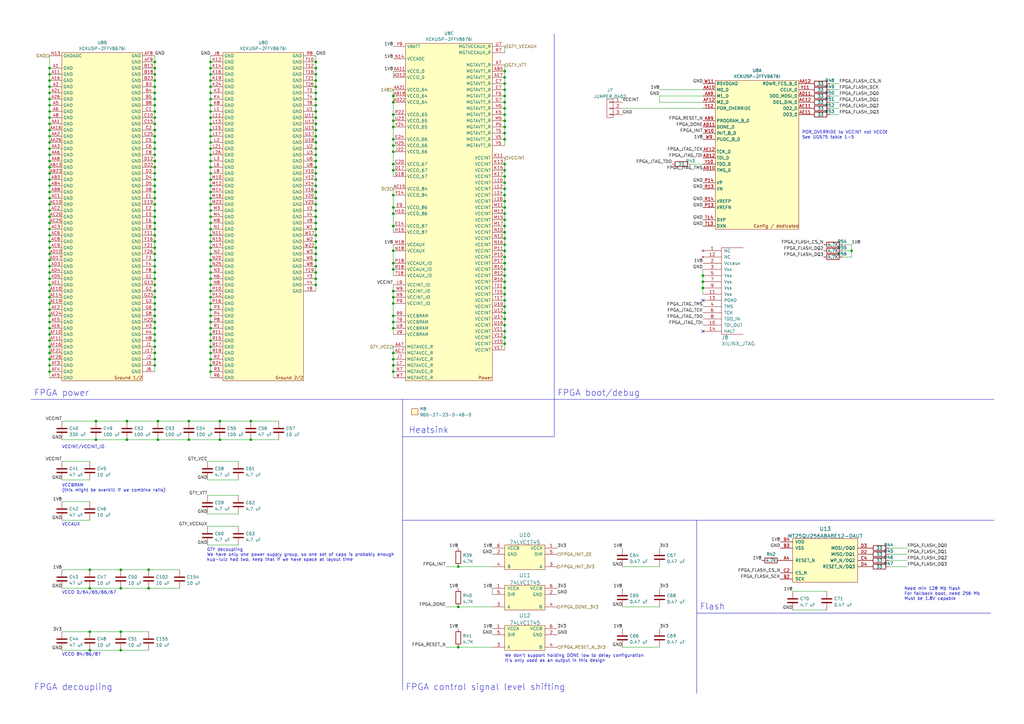
<source format=kicad_sch>
(kicad_sch (version 20231120) (generator "eeschema") (generator_version "8.0")
  (paper "A3")
  (title_block (title "LATENTRED Ethernet Switch - Main Board") (date "2025-06-06") (rev "0.1") (company "Antikernel Labs") (comment 1 "Andrew D. Zonenberg"))
  (lib_symbols
    (symbol "conn:CONN_01X03" (pin_names (offset 1.016) hide)
      (property "Reference" "J" (at 0 5.08 0))
      (property "Value" "CONN_01X03" (at 2.54 0 90))
      (symbol "CONN_01X03_1_1"
        (pin passive line (at -5.08 2.54 0) (length 3.81) (name "P1") (number "1"))
        (pin passive line (at -5.08 0 0) (length 3.81) (name "P2") (number "2"))
        (pin passive line (at -5.08 -2.54 0) (length 3.81) (name "P3") (number "3"))
      )
    )
    (symbol "device:C" (pin_numbers hide) (pin_names (offset 0.254))
      (property "Reference" "C" (at 0.635 2.54 0))
      (property "Value" "C" (at 0.635 -2.54 0))
      (symbol "C_1_1"
        (pin passive line (at 0 3.81 270) (length 2.794) (name "~") (number "1"))
        (pin passive line (at 0 -3.81 90) (length 2.794) (name "~") (number "2"))
      )
    )
    (symbol "device:R" (pin_numbers hide) (pin_names (offset 0))
      (property "Reference" "R" (at 2.032 0 90))
      (property "Value" "R" (at 0 0 90))
      (symbol "R_1_1"
        (pin passive line (at 0 3.81 270) (length 1.27) (name "~") (number "1"))
        (pin passive line (at 0 -3.81 90) (length 1.27) (name "~") (number "2"))
      )
    )
    (symbol "memory-azonenberg:S25FS064S_BGA" (pin_names (offset 1.016))
      (property "Reference" "U" (at 0 -1.27 0))
      (property "Value" "S25FS064S_BGA" (at 0 -3.81 0))
      (symbol "S25FS064S_BGA_1_1"
        (pin input line (at -5.08 8.89 0) (length 5.08) (name "RESET_N") (number "A4"))
        (pin input line (at -5.08 1.27 0) (length 5.08) (name "SCK") (number "B2"))
        (pin power_in line (at -5.08 13.97 0) (length 5.08) (name "VSS") (number "B3"))
        (pin power_in line (at -5.08 16.51 0) (length 5.08) (name "VDD") (number "B4"))
        (pin input line (at -5.08 3.81 0) (length 5.08) (name "CS_N") (number "C2"))
        (pin bidirectional line (at 31.75 8.89 180) (length 5.08) (name "WP_N/DQ2") (number "C4"))
        (pin bidirectional line (at 31.75 11.43 180) (length 5.08) (name "MISO/DQ1") (number "D2"))
        (pin bidirectional line (at 31.75 13.97 180) (length 5.08) (name "MOSI/DQ0") (number "D3"))
        (pin bidirectional line (at 31.75 6.35 180) (length 5.08) (name "RESET_N/DQ3") (number "D4"))
      )
    )
    (symbol "special-azonenberg:74LVC1T45" (pin_names (offset 1.016))
      (property "Reference" "U" (at 0 -1.27 0))
      (property "Value" "74LVC1T45" (at 17.78 -1.27 0))
      (symbol "74LVC1T45_1_1"
        (pin power_in line (at -5.08 8.89 0) (length 5.08) (name "VCCA") (number "1"))
        (pin power_in line (at 21.59 6.35 180) (length 5.08) (name "GND") (number "2"))
        (pin bidirectional line (at -5.08 1.27 0) (length 5.08) (name "A") (number "3"))
        (pin bidirectional line (at 21.59 1.27 180) (length 5.08) (name "B") (number "4"))
        (pin input line (at -5.08 6.35 0) (length 5.08) (name "DIR") (number "5"))
        (pin power_in line (at 21.59 8.89 180) (length 5.08) (name "VCCB") (number "6"))
      )
    )
    (symbol "special-azonenberg:MECHANICAL" (pin_names (offset 1.016))
      (property "Reference" "M" (at 0 -2.54 0))
      (property "Value" "MECHANICAL" (at 0 -5.08 0))
    )
    (symbol "xilinx-azonenberg:XILINX_JTAG" (pin_names (offset 1.016))
      (property "Reference" "J" (at 12.7 39.37 0))
      (property "Value" "XILINX_JTAG" (at 12.7 36.83 0))
      (symbol "XILINX_JTAG_1_1"
        (pin no_connect line (at 0 33.02 0) (length 7.62) (name "NC") (number "1"))
        (pin output line (at 0 2.54 0) (length 7.62) (name "TDI_OUT") (number "10"))
        (pin power_in line (at 0 15.24 0) (length 7.62) (name "Vss") (number "11"))
        (pin no_connect line (at 0 30.48 0) (length 7.62) (name "NC") (number "12"))
        (pin bidirectional line (at 0 12.7 0) (length 7.62) (name "PGND") (number "13"))
        (pin output line (at 0 0 0) (length 7.62) (name "HALT") (number "14"))
        (pin power_in line (at 0 27.94 0) (length 7.62) (name "Vccaux") (number "2"))
        (pin power_in line (at 0 25.4 0) (length 7.62) (name "Vss") (number "3"))
        (pin output line (at 0 10.16 0) (length 7.62) (name "TMS") (number "4"))
        (pin power_in line (at 0 22.86 0) (length 7.62) (name "Vss") (number "5"))
        (pin output line (at 0 7.62 0) (length 7.62) (name "TCK") (number "6"))
        (pin power_in line (at 0 20.32 0) (length 7.62) (name "Vss") (number "7"))
        (pin input line (at 0 5.08 0) (length 7.62) (name "TDO_IN") (number "8"))
        (pin power_in line (at 0 17.78 0) (length 7.62) (name "Vss") (number "9"))
      )
    )
    (symbol "xilinx-azonenberg:XILINX_ULTRASCALEPLUS_B676"
      (property "Reference" "U" (at 0 -2.54 0))
      (property "Value" "XILINX_ULTRASCALEPLUS_B676" (at 0 -5.08 0))
      (symbol "XILINX_ULTRASCALEPLUS_B676_1_0"
        (text "Config / dedicated" (at 34.29 1.27 0) (effects (font (size 1.27 1.27)) (justify right)))
      )
      (symbol "XILINX_ULTRASCALEPLUS_B676_1_1"
        (pin input line (at -5.08 57.15 0) (length 5.08) (name "M0_0") (number "AA10"))
        (pin power_out line (at 39.37 59.69 180) (length 5.08) (name "RDWR_FCS_B_0") (number "AA12"))
        (pin input line (at -5.08 54.61 0) (length 5.08) (name "M1_0") (number "AA9"))
        (pin input line (at -5.08 24.13 0) (length 5.08) (name "TMS_0") (number "AB10"))
        (pin output line (at -5.08 41.91 0) (length 5.08) (name "DONE_0") (number "AB11"))
        (pin input line (at -5.08 29.21 0) (length 5.08) (name "TDI_0") (number "AB12"))
        (pin input line (at -5.08 44.45 0) (length 5.08) (name "PROGRAM_B_0") (number "AB9"))
        (pin bidirectional line (at 39.37 49.53 180) (length 5.08) (name "D02_0") (number "AC11"))
        (pin bidirectional line (at 39.37 52.07 180) (length 5.08) (name "D01_DIN_0") (number "AC12"))
        (pin bidirectional line (at 39.37 54.61 180) (length 5.08) (name "D00_MOSI_0") (number "AD11"))
        (pin bidirectional line (at 39.37 46.99 180) (length 5.08) (name "D03_0") (number "AE11"))
        (pin input line (at -5.08 31.75 0) (length 5.08) (name "TCK_0") (number "AE12"))
        (pin input line (at -5.08 52.07 0) (length 5.08) (name "M2_0") (number "AF12"))
        (pin input line (at -5.08 8.89 0) (length 5.08) (name "VREFN") (number "P13"))
        (pin input line (at -5.08 19.05 0) (length 5.08) (name "VP") (number "P14"))
        (pin input line (at -5.08 16.51 0) (length 5.08) (name "VN") (number "R13"))
        (pin input line (at -5.08 11.43 0) (length 5.08) (name "VREFP") (number "R14"))
        (pin passive line (at -5.08 1.27 0) (length 5.08) (name "DXN") (number "T13"))
        (pin passive line (at -5.08 3.81 0) (length 5.08) (name "DXP") (number "T14"))
        (pin bidirectional line (at -5.08 39.37 0) (length 5.08) (name "INIT_B_0") (number "W10"))
        (pin input line (at -5.08 59.69 0) (length 5.08) (name "RSVDGND") (number "W11"))
        (pin input line (at -5.08 36.83 0) (length 5.08) (name "PUDC_B_0") (number "W9"))
        (pin output line (at -5.08 26.67 0) (length 5.08) (name "TDO_0") (number "Y10"))
        (pin output line (at 39.37 57.15 180) (length 5.08) (name "CCLK_0") (number "Y11"))
        (pin input line (at -5.08 49.53 0) (length 5.08) (name "POR_OVERRIDE") (number "Y12"))
      )
      (symbol "XILINX_ULTRASCALEPLUS_B676_2_0"
        (text "Ground 1/2" (at 33.02 1.27 0) (effects (font (size 1.27 1.27)) (justify right)))
      )
      (symbol "XILINX_ULTRASCALEPLUS_B676_2_1"
        (pin power_in line (at -5.08 128.27 0) (length 5.08) (name "GND") (number "A1"))
        (pin power_in line (at -5.08 125.73 0) (length 5.08) (name "GND") (number "A11"))
        (pin power_in line (at -5.08 123.19 0) (length 5.08) (name "GND") (number "A16"))
        (pin power_in line (at -5.08 120.65 0) (length 5.08) (name "GND") (number "A2"))
        (pin power_in line (at -5.08 118.11 0) (length 5.08) (name "GND") (number "A21"))
        (pin power_in line (at -5.08 115.57 0) (length 5.08) (name "GND") (number "A26"))
        (pin power_in line (at -5.08 113.03 0) (length 5.08) (name "GND") (number "A5"))
        (pin power_in line (at -5.08 110.49 0) (length 5.08) (name "GND") (number "A6"))
        (pin power_in line (at -5.08 107.95 0) (length 5.08) (name "GND") (number "A8"))
        (pin power_in line (at -5.08 105.41 0) (length 5.08) (name "GND") (number "AA1"))
        (pin power_in line (at -5.08 102.87 0) (length 5.08) (name "GND") (number "AA16"))
        (pin power_in line (at -5.08 100.33 0) (length 5.08) (name "GND") (number "AA2"))
        (pin power_in line (at -5.08 97.79 0) (length 5.08) (name "GND") (number "AA26"))
        (pin power_in line (at -5.08 95.25 0) (length 5.08) (name "GND") (number "AA3"))
        (pin power_in line (at -5.08 92.71 0) (length 5.08) (name "GND") (number "AA6"))
        (pin power_in line (at -5.08 90.17 0) (length 5.08) (name "GND") (number "AA8"))
        (pin power_in line (at -5.08 87.63 0) (length 5.08) (name "GND") (number "AB13"))
        (pin power_in line (at -5.08 85.09 0) (length 5.08) (name "GND") (number "AB23"))
        (pin power_in line (at -5.08 82.55 0) (length 5.08) (name "GND") (number "AB3"))
        (pin power_in line (at -5.08 80.01 0) (length 5.08) (name "GND") (number "AB4"))
        (pin power_in line (at -5.08 77.47 0) (length 5.08) (name "GND") (number "AB8"))
        (pin power_in line (at -5.08 74.93 0) (length 5.08) (name "GND") (number "AC1"))
        (pin power_in line (at -5.08 72.39 0) (length 5.08) (name "GND") (number "AC10"))
        (pin power_in line (at -5.08 69.85 0) (length 5.08) (name "GND") (number "AC2"))
        (pin power_in line (at -5.08 67.31 0) (length 5.08) (name "GND") (number "AC20"))
        (pin power_in line (at -5.08 64.77 0) (length 5.08) (name "GND") (number "AC25"))
        (pin power_in line (at -5.08 62.23 0) (length 5.08) (name "GND") (number "AC3"))
        (pin power_in line (at -5.08 59.69 0) (length 5.08) (name "GND") (number "AC6"))
        (pin power_in line (at -5.08 57.15 0) (length 5.08) (name "GND") (number "AC8"))
        (pin power_in line (at -5.08 54.61 0) (length 5.08) (name "GND") (number "AC9"))
        (pin power_in line (at -5.08 52.07 0) (length 5.08) (name "GND") (number "AD10"))
        (pin power_in line (at -5.08 49.53 0) (length 5.08) (name "GND") (number "AD17"))
        (pin power_in line (at -5.08 46.99 0) (length 5.08) (name "GND") (number "AD3"))
        (pin power_in line (at -5.08 44.45 0) (length 5.08) (name "GND") (number "AD4"))
        (pin power_in line (at -5.08 41.91 0) (length 5.08) (name "GND") (number "AD5"))
        (pin power_in line (at -5.08 39.37 0) (length 5.08) (name "GND") (number "AE1"))
        (pin power_in line (at -5.08 36.83 0) (length 5.08) (name "GND") (number "AE10"))
        (pin power_in line (at -5.08 34.29 0) (length 5.08) (name "GND") (number "AE14"))
        (pin power_in line (at -5.08 31.75 0) (length 5.08) (name "GND") (number "AE19"))
        (pin power_in line (at -5.08 29.21 0) (length 5.08) (name "GND") (number "AE2"))
        (pin power_in line (at -5.08 26.67 0) (length 5.08) (name "GND") (number "AE24"))
        (pin power_in line (at -5.08 24.13 0) (length 5.08) (name "GND") (number "AE5"))
        (pin power_in line (at -5.08 21.59 0) (length 5.08) (name "GND") (number "AE6"))
        (pin power_in line (at -5.08 19.05 0) (length 5.08) (name "GND") (number "AF10"))
        (pin power_in line (at -5.08 16.51 0) (length 5.08) (name "GND") (number "AF11"))
        (pin power_in line (at -5.08 13.97 0) (length 5.08) (name "GND") (number "AF16"))
        (pin power_in line (at -5.08 11.43 0) (length 5.08) (name "GND") (number "AF21"))
        (pin power_in line (at -5.08 8.89 0) (length 5.08) (name "GND") (number "AF26"))
        (pin power_in line (at -5.08 6.35 0) (length 5.08) (name "GND") (number "AF3"))
        (pin power_in line (at -5.08 3.81 0) (length 5.08) (name "GND") (number "AF4"))
        (pin power_in line (at -5.08 1.27 0) (length 5.08) (name "GND") (number "AF5"))
        (pin power_in line (at 38.1 133.35 180) (length 5.08) (name "GND") (number "AF8"))
        (pin power_in line (at 38.1 130.81 180) (length 5.08) (name "GND") (number "AF9"))
        (pin power_in line (at 38.1 128.27 180) (length 5.08) (name "GND") (number "B13"))
        (pin power_in line (at 38.1 125.73 180) (length 5.08) (name "GND") (number "B18"))
        (pin power_in line (at 38.1 123.19 180) (length 5.08) (name "GND") (number "B23"))
        (pin power_in line (at 38.1 120.65 180) (length 5.08) (name "GND") (number "B3"))
        (pin power_in line (at 38.1 118.11 180) (length 5.08) (name "GND") (number "B4"))
        (pin power_in line (at 38.1 115.57 180) (length 5.08) (name "GND") (number "B5"))
        (pin power_in line (at 38.1 113.03 180) (length 5.08) (name "GND") (number "B8"))
        (pin power_in line (at 38.1 110.49 180) (length 5.08) (name "GND") (number "C1"))
        (pin power_in line (at 38.1 107.95 180) (length 5.08) (name "GND") (number "C10"))
        (pin power_in line (at 38.1 105.41 180) (length 5.08) (name "GND") (number "C15"))
        (pin power_in line (at 38.1 102.87 180) (length 5.08) (name "GND") (number "C2"))
        (pin power_in line (at 38.1 100.33 180) (length 5.08) (name "GND") (number "C25"))
        (pin power_in line (at 38.1 97.79 180) (length 5.08) (name "GND") (number "C5"))
        (pin power_in line (at 38.1 95.25 180) (length 5.08) (name "GND") (number "C6"))
        (pin power_in line (at 38.1 92.71 180) (length 5.08) (name "GND") (number "C8"))
        (pin power_in line (at 38.1 90.17 180) (length 5.08) (name "GND") (number "D12"))
        (pin power_in line (at 38.1 87.63 180) (length 5.08) (name "GND") (number "D22"))
        (pin power_in line (at 38.1 85.09 180) (length 5.08) (name "GND") (number "D3"))
        (pin power_in line (at 38.1 82.55 180) (length 5.08) (name "GND") (number "D4"))
        (pin power_in line (at 38.1 80.01 180) (length 5.08) (name "GND") (number "D5"))
        (pin power_in line (at 38.1 77.47 180) (length 5.08) (name "GND") (number "D8"))
        (pin power_in line (at 38.1 74.93 180) (length 5.08) (name "GND") (number "E1"))
        (pin power_in line (at 38.1 72.39 180) (length 5.08) (name "GND") (number "E19"))
        (pin power_in line (at 38.1 69.85 180) (length 5.08) (name "GND") (number "E2"))
        (pin power_in line (at 38.1 67.31 180) (length 5.08) (name "GND") (number "E3"))
        (pin power_in line (at 38.1 64.77 180) (length 5.08) (name "GND") (number "E6"))
        (pin power_in line (at 38.1 62.23 180) (length 5.08) (name "GND") (number "E8"))
        (pin power_in line (at 38.1 59.69 180) (length 5.08) (name "GND") (number "F11"))
        (pin power_in line (at 38.1 57.15 180) (length 5.08) (name "GND") (number "F16"))
        (pin power_in line (at 38.1 54.61 180) (length 5.08) (name "GND") (number "F21"))
        (pin power_in line (at 38.1 52.07 180) (length 5.08) (name "GND") (number "F26"))
        (pin power_in line (at 38.1 49.53 180) (length 5.08) (name "GND") (number "F3"))
        (pin power_in line (at 38.1 46.99 180) (length 5.08) (name "GND") (number "F4"))
        (pin power_in line (at 38.1 44.45 180) (length 5.08) (name "GND") (number "F8"))
        (pin power_in line (at 38.1 41.91 180) (length 5.08) (name "GND") (number "G1"))
        (pin power_in line (at 38.1 39.37 180) (length 5.08) (name "GND") (number "G13"))
        (pin power_in line (at 38.1 36.83 180) (length 5.08) (name "GND") (number "G2"))
        (pin power_in line (at 38.1 34.29 180) (length 5.08) (name "GND") (number "G23"))
        (pin power_in line (at 38.1 31.75 180) (length 5.08) (name "GND") (number "G3"))
        (pin power_in line (at 38.1 29.21 180) (length 5.08) (name "GND") (number "G6"))
        (pin power_in line (at 38.1 26.67 180) (length 5.08) (name "GND") (number "G8"))
        (pin power_in line (at 38.1 24.13 180) (length 5.08) (name "GND") (number "H20"))
        (pin power_in line (at 38.1 21.59 180) (length 5.08) (name "GND") (number "H3"))
        (pin power_in line (at 38.1 19.05 180) (length 5.08) (name "GND") (number "H4"))
        (pin power_in line (at 38.1 16.51 180) (length 5.08) (name "GND") (number "H8"))
        (pin power_in line (at 38.1 13.97 180) (length 5.08) (name "GND") (number "J1"))
        (pin power_in line (at 38.1 11.43 180) (length 5.08) (name "GND") (number "J17"))
        (pin power_in line (at 38.1 8.89 180) (length 5.08) (name "GND") (number "J2"))
        (pin power_in line (at 38.1 6.35 180) (length 5.08) (name "GND") (number "J3"))
        (pin power_in line (at 38.1 3.81 180) (length 5.08) (name "GND") (number "J6"))
        (pin power_in line (at -5.08 133.35 0) (length 5.08) (name "GNDADC") (number "N13"))
      )
      (symbol "XILINX_ULTRASCALEPLUS_B676_3_0"
        (text "Power" (at 35.56 1.27 0) (effects (font (size 1.27 1.27)) (justify right)))
      )
      (symbol "XILINX_ULTRASCALEPLUS_B676_3_1"
        (pin power_in line (at 40.64 129.54 180) (length 5.08) (name "MGTAVTT_R") (number "A7"))
        (pin power_in line (at -5.08 127 0) (length 5.08) (name "VCCO_0") (number "AA11"))
        (pin power_in line (at -5.08 119.38 0) (length 5.08) (name "VCCO_64") (number "AA21"))
        (pin power_in line (at -5.08 13.97 0) (length 5.08) (name "MGTAVCC_R") (number "AA7"))
        (pin power_in line (at -5.08 116.84 0) (length 5.08) (name "VCCO_64") (number "AB18"))
        (pin power_in line (at 40.64 127 180) (length 5.08) (name "MGTAVTT_R") (number "AB5"))
        (pin power_in line (at -5.08 78.74 0) (length 5.08) (name "VCCO_84") (number "AC15"))
        (pin power_in line (at -5.08 11.43 0) (length 5.08) (name "MGTAVCC_R") (number "AC7"))
        (pin power_in line (at -5.08 124.46 0) (length 5.08) (name "VCCO_0") (number "AD12"))
        (pin power_in line (at -5.08 114.3 0) (length 5.08) (name "VCCO_64") (number "AD22"))
        (pin power_in line (at 40.64 124.46 180) (length 5.08) (name "MGTAVTT_R") (number "AE7"))
        (pin power_in line (at -5.08 88.9 0) (length 5.08) (name "VCCO_67") (number "C20"))
        (pin power_in line (at 40.64 121.92 180) (length 5.08) (name "MGTAVTT_R") (number "C7"))
        (pin power_in line (at -5.08 86.36 0) (length 5.08) (name "VCCO_67") (number "D17"))
        (pin power_in line (at -5.08 63.5 0) (length 5.08) (name "VCCO_87") (number "E14"))
        (pin power_in line (at -5.08 99.06 0) (length 5.08) (name "VCCO_66") (number "E24"))
        (pin power_in line (at 40.64 119.38 180) (length 5.08) (name "MGTAVTT_R") (number "E7"))
        (pin power_in line (at -5.08 71.12 0) (length 5.08) (name "VCCO_86") (number "E9"))
        (pin power_in line (at 40.64 116.84 180) (length 5.08) (name "MGTAVTT_R") (number "F5"))
        (pin power_in line (at -5.08 83.82 0) (length 5.08) (name "VCCO_67") (number "G18"))
        (pin power_in line (at 40.64 114.3 180) (length 5.08) (name "MGTAVTT_R") (number "G7"))
        (pin power_in line (at -5.08 68.58 0) (length 5.08) (name "VCCO_86") (number "H10"))
        (pin power_in line (at -5.08 60.96 0) (length 5.08) (name "VCCO_87") (number "H15"))
        (pin power_in line (at -5.08 96.52 0) (length 5.08) (name "VCCO_66") (number "H25"))
        (pin power_in line (at 40.64 111.76 180) (length 5.08) (name "MGTAVTT_R") (number "H5"))
        (pin power_in line (at -5.08 93.98 0) (length 5.08) (name "VCCO_66") (number "J22"))
        (pin power_in line (at -5.08 8.89 0) (length 5.08) (name "MGTAVCC_R") (number "J7"))
        (pin power_in line (at 40.64 91.44 180) (length 5.08) (name "VCCINT") (number "K11"))
        (pin power_in line (at 40.64 88.9 180) (length 5.08) (name "VCCINT") (number "K13"))
        (pin power_in line (at 40.64 86.36 180) (length 5.08) (name "VCCINT") (number "K15"))
        (pin power_in line (at 40.64 83.82 180) (length 5.08) (name "VCCINT") (number "K17"))
        (pin power_in line (at 40.64 109.22 180) (length 5.08) (name "MGTAVTT_R") (number "K5"))
        (pin power_in line (at 40.64 81.28 180) (length 5.08) (name "VCCINT") (number "L10"))
        (pin power_in line (at 40.64 78.74 180) (length 5.08) (name "VCCINT") (number "L12"))
        (pin power_in line (at 40.64 76.2 180) (length 5.08) (name "VCCINT") (number "L14"))
        (pin power_in line (at 40.64 73.66 180) (length 5.08) (name "VCCINT") (number "L16"))
        (pin power_in line (at -5.08 6.35 0) (length 5.08) (name "MGTAVCC_R") (number "L7"))
        (pin power_in line (at -5.08 39.37 0) (length 5.08) (name "VCCINT_IO") (number "L9"))
        (pin power_in line (at 40.64 71.12 180) (length 5.08) (name "VCCINT") (number "M11"))
        (pin power_in line (at 40.64 68.58 180) (length 5.08) (name "VCCINT") (number "M13"))
        (pin power_in line (at 40.64 66.04 180) (length 5.08) (name "VCCINT") (number "M15"))
        (pin power_in line (at 40.64 63.5 180) (length 5.08) (name "VCCINT") (number "M17"))
        (pin power_in line (at -5.08 55.88 0) (length 5.08) (name "VCCAUX") (number "M18"))
        (pin power_in line (at 40.64 106.68 180) (length 5.08) (name "MGTAVTT_R") (number "M5"))
        (pin power_in line (at -5.08 36.83 0) (length 5.08) (name "VCCINT_IO") (number "M9"))
        (pin power_in line (at 40.64 60.96 180) (length 5.08) (name "VCCINT") (number "N10"))
        (pin power_in line (at 40.64 58.42 180) (length 5.08) (name "VCCINT") (number "N12"))
        (pin power_in line (at -5.08 132.08 0) (length 5.08) (name "VCCADC") (number "N14"))
        (pin power_in line (at 40.64 55.88 180) (length 5.08) (name "VCCINT") (number "N16"))
        (pin power_in line (at -5.08 53.34 0) (length 5.08) (name "VCCAUX") (number "N18"))
        (pin power_in line (at -5.08 3.81 0) (length 5.08) (name "MGTAVCC_R") (number "N7"))
        (pin power_in line (at -5.08 34.29 0) (length 5.08) (name "VCCINT_IO") (number "N9"))
        (pin power_in line (at 40.64 53.34 180) (length 5.08) (name "VCCINT") (number "P11"))
        (pin power_in line (at 40.64 50.8 180) (length 5.08) (name "VCCINT") (number "P15"))
        (pin power_in line (at 40.64 48.26 180) (length 5.08) (name "VCCINT") (number "P17"))
        (pin power_in line (at -5.08 48.26 0) (length 5.08) (name "VCCAUX_IO") (number "P18"))
        (pin power_in line (at -5.08 109.22 0) (length 5.08) (name "VCCO_65") (number "P22"))
        (pin power_in line (at 40.64 104.14 180) (length 5.08) (name "MGTAVTT_R") (number "P5"))
        (pin power_in line (at -5.08 31.75 0) (length 5.08) (name "VCCINT_IO") (number "P9"))
        (pin power_in line (at 40.64 45.72 180) (length 5.08) (name "VCCINT") (number "R10"))
        (pin power_in line (at 40.64 43.18 180) (length 5.08) (name "VCCINT") (number "R12"))
        (pin power_in line (at 40.64 40.64 180) (length 5.08) (name "VCCINT") (number "R16"))
        (pin power_in line (at -5.08 45.72 0) (length 5.08) (name "VCCAUX_IO") (number "R18"))
        (pin power_in line (at 40.64 134.62 180) (length 5.08) (name "MGTVCCAUX_R") (number "R7"))
        (pin power_in line (at -5.08 26.67 0) (length 5.08) (name "VCCBRAM") (number "R9"))
        (pin power_in line (at 40.64 38.1 180) (length 5.08) (name "VCCINT") (number "T11"))
        (pin power_in line (at 40.64 35.56 180) (length 5.08) (name "VCCINT") (number "T15"))
        (pin power_in line (at 40.64 33.02 180) (length 5.08) (name "VCCINT") (number "T17"))
        (pin power_in line (at -5.08 43.18 0) (length 5.08) (name "VCCAUX_IO") (number "T18"))
        (pin power_in line (at 40.64 101.6 180) (length 5.08) (name "MGTAVTT_R") (number "T5"))
        (pin power_in line (at -5.08 24.13 0) (length 5.08) (name "VCCBRAM") (number "T9"))
        (pin power_in line (at 40.64 30.48 180) (length 5.08) (name "VCCINT") (number "U10"))
        (pin power_in line (at 40.64 27.94 180) (length 5.08) (name "VCCINT") (number "U12"))
        (pin power_in line (at 40.64 25.4 180) (length 5.08) (name "VCCINT") (number "U14"))
        (pin power_in line (at 40.64 22.86 180) (length 5.08) (name "VCCINT") (number "U16"))
        (pin power_in line (at -5.08 106.68 0) (length 5.08) (name "VCCO_65") (number "U23"))
        (pin power_in line (at 40.64 137.16 180) (length 5.08) (name "MGTVCCAUX_R") (number "U7"))
        (pin power_in line (at -5.08 21.59 0) (length 5.08) (name "VCCBRAM") (number "U9"))
        (pin power_in line (at 40.64 20.32 180) (length 5.08) (name "VCCINT") (number "V11"))
        (pin power_in line (at 40.64 17.78 180) (length 5.08) (name "VCCINT") (number "V13"))
        (pin power_in line (at 40.64 15.24 180) (length 5.08) (name "VCCINT") (number "V15"))
        (pin power_in line (at 40.64 12.7 180) (length 5.08) (name "VCCINT") (number "V17"))
        (pin power_in line (at 40.64 99.06 180) (length 5.08) (name "MGTAVTT_R") (number "V5"))
        (pin power_in line (at -5.08 19.05 0) (length 5.08) (name "VCCBRAM") (number "V9"))
        (pin power_in line (at -5.08 1.27 0) (length 5.08) (name "MGTAVCC_R") (number "W7"))
        (pin power_in line (at -5.08 76.2 0) (length 5.08) (name "VCCO_84") (number "Y14"))
        (pin power_in line (at -5.08 104.14 0) (length 5.08) (name "VCCO_65") (number "Y24"))
        (pin power_in line (at 40.64 96.52 180) (length 5.08) (name "MGTAVTT_R") (number "Y5"))
        (pin power_in line (at -5.08 137.16 0) (length 5.08) (name "VBATT") (number "Y9"))
      )
      (symbol "XILINX_ULTRASCALEPLUS_B676_4_0"
        (text "HP Bank 67" (at 39.37 3.81 0) (effects (font (size 1.27 1.27)) (justify right)))
        (text "NC IN AU10P/15P/20P" (at 39.37 1.27 0) (effects (font (size 1.27 1.27)) (justify right)))
      )
      (symbol "XILINX_ULTRASCALEPLUS_B676_4_1"
        (pin bidirectional line (at -5.08 92.71 0) (length 5.08) (name "IO_L17N_T2U_N9_AD10N_67") (number "A15"))
        (pin bidirectional line (at -5.08 85.09 0) (length 5.08) (name "IO_L16P_T2U_N6_QBC_AD3P_67") (number "A17"))
        (pin bidirectional line (at -5.08 87.63 0) (length 5.08) (name "IO_L16N_T2U_N7_QBC_AD3N_67") (number "A18"))
        (pin bidirectional line (at -5.08 95.25 0) (length 5.08) (name "IO_L18P_T2U_N10_AD2P_67") (number "A19"))
        (pin bidirectional line (at -5.08 97.79 0) (length 5.08) (name "IO_L18N_T2U_N11_AD2N_67") (number "A20"))
        (pin bidirectional line (at -5.08 105.41 0) (length 5.08) (name "IO_L19P_T3L_N0_DBC_AD9P_67") (number "A22"))
        (pin bidirectional line (at -5.08 107.95 0) (length 5.08) (name "IO_L19N_T3L_N1_DBC_AD9N_67") (number "A23"))
        (pin bidirectional line (at -5.08 125.73 0) (length 5.08) (name "IO_L23P_T3U_N8_67") (number "A24"))
        (pin bidirectional line (at -5.08 128.27 0) (length 5.08) (name "IO_L23N_T3U_N9_67") (number "A25"))
        (pin bidirectional line (at -5.08 90.17 0) (length 5.08) (name "IO_L17P_T2U_N8_AD10P_67") (number "B15"))
        (pin bidirectional line (at -5.08 100.33 0) (length 5.08) (name "IO_T2U_N12_67") (number "B16"))
        (pin bidirectional line (at -5.08 82.55 0) (length 5.08) (name "IO_L15N_T2L_N5_AD11N_67") (number "B17"))
        (pin bidirectional line (at -5.08 74.93 0) (length 5.08) (name "IO_L14P_T2L_N2_GC_67") (number "B19"))
        (pin bidirectional line (at -5.08 77.47 0) (length 5.08) (name "IO_L14N_T2L_N3_GC_67") (number "B20"))
        (pin bidirectional line (at -5.08 123.19 0) (length 5.08) (name "IO_L22N_T3U_N7_DBC_AD0N_67") (number "B21"))
        (pin bidirectional line (at -5.08 133.35 0) (length 5.08) (name "IO_L24N_T3U_N11_67") (number "B22"))
        (pin bidirectional line (at -5.08 118.11 0) (length 5.08) (name "IO_L21N_T3L_N5_AD8N_67") (number "B24"))
        (pin bidirectional line (at -5.08 31.75 0) (length 5.08) (name "IO_L6N_T0U_N11_AD6N_67") (number "C16"))
        (pin bidirectional line (at -5.08 80.01 0) (length 5.08) (name "IO_L15P_T2L_N4_AD11P_67") (number "C17"))
        (pin bidirectional line (at -5.08 69.85 0) (length 5.08) (name "IO_L13P_T2L_N0_GC_QBC_67") (number "C18"))
        (pin bidirectional line (at -5.08 72.39 0) (length 5.08) (name "IO_L13N_T2L_N1_GC_QBC_67") (number "C19"))
        (pin bidirectional line (at -5.08 120.65 0) (length 5.08) (name "IO_L22P_T3U_N6_DBC_AD0P_67") (number "C21"))
        (pin bidirectional line (at -5.08 130.81 0) (length 5.08) (name "IO_L24P_T3U_N10_67") (number "C22"))
        (pin bidirectional line (at -5.08 115.57 0) (length 5.08) (name "IO_L21P_T3L_N4_AD8P_67") (number "C23"))
        (pin bidirectional line (at -5.08 16.51 0) (length 5.08) (name "IO_L3N_T0L_N5_AD15N_67") (number "D15"))
        (pin bidirectional line (at -5.08 29.21 0) (length 5.08) (name "IO_L6P_T0U_N10_AD6P_67") (number "D16"))
        (pin bidirectional line (at -5.08 62.23 0) (length 5.08) (name "IO_L11N_T1U_N9_GC_67") (number "D18"))
        (pin bidirectional line (at -5.08 64.77 0) (length 5.08) (name "IO_L12P_T1U_N10_GC_67") (number "D19"))
        (pin bidirectional line (at -5.08 67.31 0) (length 5.08) (name "IO_L12N_T1U_N11_GC_67") (number "D20"))
        (pin bidirectional line (at -5.08 113.03 0) (length 5.08) (name "IO_L20N_T3L_N3_AD1N_67") (number "D21"))
        (pin bidirectional line (at -5.08 13.97 0) (length 5.08) (name "IO_L3P_T0L_N4_AD15P_67") (number "E15"))
        (pin bidirectional line (at -5.08 19.05 0) (length 5.08) (name "IO_L4P_T0U_N6_DBC_AD7P_67") (number "E16"))
        (pin bidirectional line (at -5.08 21.59 0) (length 5.08) (name "IO_L4N_T0U_N7_DBC_AD7N_67") (number "E17"))
        (pin bidirectional line (at -5.08 59.69 0) (length 5.08) (name "IO_L11P_T1U_N8_GC_67") (number "E18"))
        (pin bidirectional line (at -5.08 57.15 0) (length 5.08) (name "IO_L10N_T1U_N7_QBC_AD4N_67") (number "E20"))
        (pin bidirectional line (at -5.08 110.49 0) (length 5.08) (name "IO_L20P_T3L_N2_AD1P_67") (number "E21"))
        (pin bidirectional line (at -5.08 102.87 0) (length 5.08) (name "IO_T3U_N12_67") (number "E22"))
        (pin bidirectional line (at -5.08 6.35 0) (length 5.08) (name "IO_L1N_T0L_N1_DBC_67") (number "F15"))
        (pin bidirectional line (at -5.08 34.29 0) (length 5.08) (name "IO_T0U_N12_VRP_67") (number "F17"))
        (pin bidirectional line (at -5.08 44.45 0) (length 5.08) (name "IO_L8P_T1L_N2_AD5P_67") (number "F18"))
        (pin bidirectional line (at -5.08 46.99 0) (length 5.08) (name "IO_L8N_T1L_N3_AD5N_67") (number "F19"))
        (pin bidirectional line (at -5.08 54.61 0) (length 5.08) (name "IO_L10P_T1U_N6_QBC_AD4P_67") (number "F20"))
        (pin bidirectional line (at -5.08 3.81 0) (length 5.08) (name "IO_L1P_T0L_N0_DBC_67") (number "G15"))
        (pin bidirectional line (at -5.08 26.67 0) (length 5.08) (name "IO_L5N_T0U_N9_AD14N_67") (number "G16"))
        (pin bidirectional line (at -5.08 11.43 0) (length 5.08) (name "IO_L2N_T0L_N3_67") (number "G17"))
        (pin bidirectional line (at -5.08 36.83 0) (length 5.08) (name "IO_T1U_N12_67") (number "G19"))
        (pin bidirectional line (at -5.08 49.53 0) (length 5.08) (name "IO_L9P_T1L_N4_AD12P_67") (number "G20"))
        (pin bidirectional line (at -5.08 52.07 0) (length 5.08) (name "IO_L9N_T1L_N5_AD12N_67") (number "G21"))
        (pin bidirectional line (at -5.08 24.13 0) (length 5.08) (name "IO_L5P_T0U_N8_AD14P_67") (number "H16"))
        (pin bidirectional line (at -5.08 8.89 0) (length 5.08) (name "IO_L2P_T0L_N2_67") (number "H17"))
        (pin bidirectional line (at -5.08 39.37 0) (length 5.08) (name "IO_L7P_T1L_N0_QBC_AD13P_67") (number "H18"))
        (pin bidirectional line (at -5.08 41.91 0) (length 5.08) (name "IO_L7N_T1L_N1_QBC_AD13N_67") (number "H19"))
        (pin input line (at -5.08 1.27 0) (length 5.08) (name "VREF_67") (number "J16"))
      )
      (symbol "XILINX_ULTRASCALEPLUS_B676_5_0"
        (text "Always available" (at 39.37 1.27 0) (effects (font (size 1.27 1.27)) (justify right)))
        (text "HP Bank 66" (at 39.37 3.81 0) (effects (font (size 1.27 1.27)) (justify right)))
      )
      (symbol "XILINX_ULTRASCALEPLUS_B676_5_1"
        (pin bidirectional line (at -5.08 130.81 0) (length 5.08) (name "IO_L24P_T3U_N10_66") (number "B25"))
        (pin bidirectional line (at -5.08 133.35 0) (length 5.08) (name "IO_L24N_T3U_N11_66") (number "B26"))
        (pin bidirectional line (at -5.08 123.19 0) (length 5.08) (name "IO_L22N_T3U_N7_DBC_AD0N_66") (number "C24"))
        (pin bidirectional line (at -5.08 128.27 0) (length 5.08) (name "IO_L23N_T3U_N9_66") (number "C26"))
        (pin bidirectional line (at -5.08 120.65 0) (length 5.08) (name "IO_L22P_T3U_N6_DBC_AD0P_66") (number "D23"))
        (pin bidirectional line (at -5.08 115.57 0) (length 5.08) (name "IO_L21P_T3L_N4_AD8P_66") (number "D24"))
        (pin bidirectional line (at -5.08 118.11 0) (length 5.08) (name "IO_L21N_T3L_N5_AD8N_66") (number "D25"))
        (pin bidirectional line (at -5.08 125.73 0) (length 5.08) (name "IO_L23P_T3U_N8_66") (number "D26"))
        (pin bidirectional line (at -5.08 113.03 0) (length 5.08) (name "IO_L20N_T3L_N3_AD1N_66") (number "E23"))
        (pin bidirectional line (at -5.08 105.41 0) (length 5.08) (name "IO_L19P_T3L_N0_DBC_AD9P_66") (number "E25"))
        (pin bidirectional line (at -5.08 107.95 0) (length 5.08) (name "IO_L19N_T3L_N1_DBC_AD9N_66") (number "E26"))
        (pin bidirectional line (at -5.08 102.87 0) (length 5.08) (name "IO_T3U_N12_66") (number "F22"))
        (pin bidirectional line (at -5.08 110.49 0) (length 5.08) (name "IO_L20P_T3L_N2_AD1P_66") (number "F23"))
        (pin bidirectional line (at -5.08 85.09 0) (length 5.08) (name "IO_L16P_T2U_N6_QBC_AD3P_66") (number "F24"))
        (pin bidirectional line (at -5.08 87.63 0) (length 5.08) (name "IO_L16N_T2U_N7_QBC_AD3N_66") (number "F25"))
        (pin bidirectional line (at -5.08 100.33 0) (length 5.08) (name "IO_T2U_N12_66") (number "G22"))
        (pin bidirectional line (at -5.08 69.85 0) (length 5.08) (name "IO_L13P_T2L_N0_GC_QBC_66") (number "G24"))
        (pin bidirectional line (at -5.08 72.39 0) (length 5.08) (name "IO_L13N_T2L_N1_GC_QBC_66") (number "G25"))
        (pin bidirectional line (at -5.08 92.71 0) (length 5.08) (name "IO_L17N_T2U_N9_AD10N_66") (number "G26"))
        (pin bidirectional line (at -5.08 95.25 0) (length 5.08) (name "IO_L18P_T2U_N10_AD2P_66") (number "H21"))
        (pin bidirectional line (at -5.08 97.79 0) (length 5.08) (name "IO_L18N_T2U_N11_AD2N_66") (number "H22"))
        (pin bidirectional line (at -5.08 74.93 0) (length 5.08) (name "IO_L14P_T2L_N2_GC_66") (number "H23"))
        (pin bidirectional line (at -5.08 77.47 0) (length 5.08) (name "IO_L14N_T2L_N3_GC_66") (number "H24"))
        (pin bidirectional line (at -5.08 90.17 0) (length 5.08) (name "IO_L17P_T2U_N8_AD10P_66") (number "H26"))
        (pin bidirectional line (at -5.08 1.27 0) (length 5.08) (name "VREF_66") (number "J18"))
        (pin bidirectional line (at -5.08 13.97 0) (length 5.08) (name "IO_L3P_T0L_N4_AD15P_66") (number "J19"))
        (pin bidirectional line (at -5.08 16.51 0) (length 5.08) (name "IO_L3N_T0L_N5_AD15N_66") (number "J20"))
        (pin bidirectional line (at -5.08 26.67 0) (length 5.08) (name "IO_L5N_T0U_N9_AD14N_66") (number "J21"))
        (pin bidirectional line (at -5.08 64.77 0) (length 5.08) (name "IO_L12P_T1U_N10_GC_66") (number "J23"))
        (pin bidirectional line (at -5.08 67.31 0) (length 5.08) (name "IO_L12N_T1U_N11_GC_66") (number "J24"))
        (pin bidirectional line (at -5.08 80.01 0) (length 5.08) (name "IO_L15P_T2L_N4_AD11P_66") (number "J25"))
        (pin bidirectional line (at -5.08 82.55 0) (length 5.08) (name "IO_L15N_T2L_N5_AD11N_66") (number "J26"))
        (pin bidirectional line (at -5.08 6.35 0) (length 5.08) (name "IO_L1N_T0L_N1_DBC_66") (number "K18"))
        (pin bidirectional line (at -5.08 31.75 0) (length 5.08) (name "IO_L6N_T0U_N11_AD6N_66") (number "K20"))
        (pin bidirectional line (at -5.08 24.13 0) (length 5.08) (name "IO_L5P_T0U_N8_AD14P_66") (number "K21"))
        (pin bidirectional line (at -5.08 59.69 0) (length 5.08) (name "IO_L11P_T1U_N8_GC_66") (number "K22"))
        (pin bidirectional line (at -5.08 62.23 0) (length 5.08) (name "IO_L11N_T1U_N9_GC_66") (number "K23"))
        (pin bidirectional line (at -5.08 49.53 0) (length 5.08) (name "IO_L9P_T1L_N4_AD12P_66") (number "K25"))
        (pin bidirectional line (at -5.08 52.07 0) (length 5.08) (name "IO_L9N_T1L_N5_AD12N_66") (number "K26"))
        (pin bidirectional line (at -5.08 3.81 0) (length 5.08) (name "IO_L1P_T0L_N0_DBC_66") (number "L18"))
        (pin bidirectional line (at -5.08 21.59 0) (length 5.08) (name "IO_L4N_T0U_N7_DBC_AD7N_66") (number "L19"))
        (pin bidirectional line (at -5.08 29.21 0) (length 5.08) (name "IO_L6P_T0U_N10_AD6P_66") (number "L20"))
        (pin bidirectional line (at -5.08 39.37 0) (length 5.08) (name "IO_L7P_T1L_N0_QBC_AD13P_66") (number "L22"))
        (pin bidirectional line (at -5.08 41.91 0) (length 5.08) (name "IO_L7N_T1L_N1_QBC_AD13N_66") (number "L23"))
        (pin bidirectional line (at -5.08 54.61 0) (length 5.08) (name "IO_L10P_T1U_N6_QBC_AD4P_66") (number "L24"))
        (pin bidirectional line (at -5.08 57.15 0) (length 5.08) (name "IO_L10N_T1U_N7_QBC_AD4N_66") (number "L25"))
        (pin bidirectional line (at -5.08 19.05 0) (length 5.08) (name "IO_L4P_T0U_N6_DBC_AD7P_66") (number "M19"))
        (pin bidirectional line (at -5.08 8.89 0) (length 5.08) (name "IO_L2P_T0L_N2_66") (number "M20"))
        (pin bidirectional line (at -5.08 11.43 0) (length 5.08) (name "IO_L2N_T0L_N3_66") (number "M21"))
        (pin bidirectional line (at -5.08 34.29 0) (length 5.08) (name "IO_T0U_N12_VRP_66") (number "M22"))
        (pin bidirectional line (at -5.08 36.83 0) (length 5.08) (name "IO_T1U_N12_66") (number "M24"))
        (pin bidirectional line (at -5.08 44.45 0) (length 5.08) (name "IO_L8P_T1L_N2_AD5P_66") (number "M25"))
        (pin bidirectional line (at -5.08 46.99 0) (length 5.08) (name "IO_L8N_T1L_N3_AD5N_66") (number "M26"))
      )
      (symbol "XILINX_ULTRASCALEPLUS_B676_6_0"
        (text "Always available" (at 39.37 1.27 0) (effects (font (size 1.27 1.27)) (justify right)))
        (text "HP Bank 65" (at 39.37 3.81 0) (effects (font (size 1.27 1.27)) (justify right)))
      )
      (symbol "XILINX_ULTRASCALEPLUS_B676_6_1"
        (pin bidirectional line (at -5.08 36.83 0) (length 5.08) (name "IO_T1U_N12_SMBALERT_65") (number "AA23"))
        (pin bidirectional line (at -5.08 49.53 0) (length 5.08) (name "IO_L9P_T1L_N4_AD12P_A14_D30_65") (number "AA24"))
        (pin bidirectional line (at -5.08 52.07 0) (length 5.08) (name "IO_L9N_T1L_N5_AD12N_A15_D31_65") (number "AA25"))
        (pin bidirectional line (at -5.08 125.73 0) (length 5.08) (name "IO_L23P_T3U_N8_I2C_SCLK_65") (number "N19"))
        (pin bidirectional line (at -5.08 130.81 0) (length 5.08) (name "IO_L24P_T3U_N10_EMCCLK_65") (number "N21"))
        (pin bidirectional line (at -5.08 133.35 0) (length 5.08) (name "IO_L24N_T3U_N11_DOUT_CSO_B_65") (number "N22"))
        (pin bidirectional line (at -5.08 120.65 0) (length 5.08) (name "IO_L22P_T3U_N6_DBC_AD0P_D04_65") (number "N23"))
        (pin bidirectional line (at -5.08 80.01 0) (length 5.08) (name "IO_L15P_T2L_N4_AD11P_A02_D18_65") (number "N24"))
        (pin bidirectional line (at -5.08 100.33 0) (length 5.08) (name "IO_T2U_N12_CSI_ADV_B_65") (number "N26"))
        (pin bidirectional line (at -5.08 128.27 0) (length 5.08) (name "IO_L23N_T3U_N9_PERSTN1_I2C_SDA_65") (number "P19"))
        (pin bidirectional line (at -5.08 110.49 0) (length 5.08) (name "IO_L20P_T3L_N2_AD1P_D08_65") (number "P20"))
        (pin bidirectional line (at -5.08 113.03 0) (length 5.08) (name "IO_L20N_T3L_N3_AD1N_D09_65") (number "P21"))
        (pin bidirectional line (at -5.08 123.19 0) (length 5.08) (name "IO_L22N_T3U_N7_DBC_AD0N_D05_65") (number "P23"))
        (pin bidirectional line (at -5.08 82.55 0) (length 5.08) (name "IO_L15N_T2L_N5_AD11N_A03_D19_65") (number "P24"))
        (pin bidirectional line (at -5.08 90.17 0) (length 5.08) (name "IO_L17P_T2U_N8_AD10P_D14_65") (number "P25"))
        (pin bidirectional line (at -5.08 92.71 0) (length 5.08) (name "IO_L17N_T2U_N9_AD10N_D15_65") (number "P26"))
        (pin bidirectional line (at -5.08 115.57 0) (length 5.08) (name "IO_L21P_T3L_N4_AD8P_D06_65") (number "R20"))
        (pin bidirectional line (at -5.08 118.11 0) (length 5.08) (name "IO_L21N_T3L_N5_AD8N_D07_65") (number "R21"))
        (pin bidirectional line (at -5.08 105.41 0) (length 5.08) (name "IO_L19P_T3L_N0_DBC_AD9P_D10_65") (number "R22"))
        (pin bidirectional line (at -5.08 107.95 0) (length 5.08) (name "IO_L19N_T3L_N1_DBC_AD9N_D11_65") (number "R23"))
        (pin bidirectional line (at -5.08 95.25 0) (length 5.08) (name "IO_L18P_T2U_N10_AD2P_D12_65") (number "R25"))
        (pin bidirectional line (at -5.08 97.79 0) (length 5.08) (name "IO_L18N_T2U_N11_AD2N_D13_65") (number "R26"))
        (pin bidirectional line (at -5.08 102.87 0) (length 5.08) (name "IO_T3U_N12_PERSTN0_65") (number "T19"))
        (pin bidirectional line (at -5.08 13.97 0) (length 5.08) (name "IO_L3P_T0L_N4_AD15P_A26_65") (number "T20"))
        (pin bidirectional line (at -5.08 24.13 0) (length 5.08) (name "IO_L5P_T0U_N8_AD14P_A22_65") (number "T22"))
        (pin bidirectional line (at -5.08 26.67 0) (length 5.08) (name "IO_L5N_T0U_N9_AD14N_A23_65") (number "T23"))
        (pin bidirectional line (at -5.08 69.85 0) (length 5.08) (name "IO_L13P_T2L_N0_GC_QBC_A06_D22_65") (number "T24"))
        (pin bidirectional line (at -5.08 74.93 0) (length 5.08) (name "IO_L14P_T2L_N2_GC_A04_D20_65") (number "T25"))
        (pin bidirectional line (at -5.08 3.81 0) (length 5.08) (name "IO_L1P_T0L_N0_DBC_RS0_65") (number "U19"))
        (pin bidirectional line (at -5.08 16.51 0) (length 5.08) (name "IO_L3N_T0L_N5_AD15N_A27_65") (number "U20"))
        (pin bidirectional line (at -5.08 8.89 0) (length 5.08) (name "IO_L2P_T0L_N2_FOE_B_65") (number "U21"))
        (pin bidirectional line (at -5.08 11.43 0) (length 5.08) (name "IO_L2N_T0L_N3_FWE_FCS2_B_65") (number "U22"))
        (pin bidirectional line (at -5.08 72.39 0) (length 5.08) (name "IO_L13N_T2L_N1_GC_QBC_A07_D23_65") (number "U24"))
        (pin bidirectional line (at -5.08 77.47 0) (length 5.08) (name "IO_L14N_T2L_N3_GC_A05_D21_65") (number "U25"))
        (pin bidirectional line (at -5.08 85.09 0) (length 5.08) (name "IO_L16P_T2U_N6_QBC_AD3P_A00_D16_65") (number "U26"))
        (pin input line (at -5.08 1.27 0) (length 5.08) (name "VREF_65") (number "V18"))
        (pin bidirectional line (at -5.08 6.35 0) (length 5.08) (name "IO_L1N_T0L_N1_DBC_RS1_65") (number "V19"))
        (pin bidirectional line (at -5.08 19.05 0) (length 5.08) (name "IO_L4P_T0U_N6_DBC_AD7P_A24_65") (number "V21"))
        (pin bidirectional line (at -5.08 21.59 0) (length 5.08) (name "IO_L4N_T0U_N7_DBC_AD7N_A25_65") (number "V22"))
        (pin bidirectional line (at -5.08 59.69 0) (length 5.08) (name "IO_L11P_T1U_N8_GC_A10_D26_65") (number "V23"))
        (pin bidirectional line (at -5.08 64.77 0) (length 5.08) (name "IO_L12P_T1U_N10_GC_A08_D24_65") (number "V24"))
        (pin bidirectional line (at -5.08 87.63 0) (length 5.08) (name "IO_L16N_T2U_N7_QBC_AD3N_A01_D17_65") (number "V26"))
        (pin bidirectional line (at -5.08 29.21 0) (length 5.08) (name "IO_L6P_T0U_N10_AD6P_A20_65") (number "W19"))
        (pin bidirectional line (at -5.08 31.75 0) (length 5.08) (name "IO_L6N_T0U_N11_AD6N_A21_65") (number "W20"))
        (pin bidirectional line (at -5.08 34.29 0) (length 5.08) (name "IO_T0U_N12_VRP_A28_65") (number "W21"))
        (pin bidirectional line (at -5.08 62.23 0) (length 5.08) (name "IO_L11N_T1U_N9_GC_A11_D27_65") (number "W23"))
        (pin bidirectional line (at -5.08 67.31 0) (length 5.08) (name "IO_L12N_T1U_N11_GC_A09_D25_65") (number "W24"))
        (pin bidirectional line (at -5.08 54.61 0) (length 5.08) (name "IO_L10P_T1U_N6_QBC_AD4P_A12_D28_65") (number "W25"))
        (pin bidirectional line (at -5.08 57.15 0) (length 5.08) (name "IO_L10N_T1U_N7_QBC_AD4N_A13_D29_65") (number "W26"))
        (pin bidirectional line (at -5.08 39.37 0) (length 5.08) (name "IO_L7P_T1L_N0_QBC_AD13P_A18_65") (number "Y22"))
        (pin bidirectional line (at -5.08 41.91 0) (length 5.08) (name "IO_L7N_T1L_N1_QBC_AD13N_A19_65") (number "Y23"))
        (pin bidirectional line (at -5.08 44.45 0) (length 5.08) (name "IO_L8P_T1L_N2_AD5P_A16_65") (number "Y25"))
        (pin bidirectional line (at -5.08 46.99 0) (length 5.08) (name "IO_L8N_T1L_N3_AD5N_A17_65") (number "Y26"))
      )
      (symbol "XILINX_ULTRASCALEPLUS_B676_7_0"
        (text "Always available" (at 39.37 1.27 0) (effects (font (size 1.27 1.27)) (justify right)))
        (text "HP Bank 64" (at 39.37 3.81 0) (effects (font (size 1.27 1.27)) (justify right)))
      )
      (symbol "XILINX_ULTRASCALEPLUS_B676_7_1"
        (pin bidirectional line (at -5.08 128.27 0) (length 5.08) (name "IO_L23N_T3U_N9_64") (number "AA17"))
        (pin bidirectional line (at -5.08 133.35 0) (length 5.08) (name "IO_L24N_T3U_N11_64") (number "AA18"))
        (pin bidirectional line (at -5.08 110.49 0) (length 5.08) (name "IO_L20P_T3L_N2_AD1P_64") (number "AA19"))
        (pin bidirectional line (at -5.08 115.57 0) (length 5.08) (name "IO_L21P_T3L_N4_AD8P_64") (number "AA20"))
        (pin bidirectional line (at -5.08 54.61 0) (length 5.08) (name "IO_L10P_T1U_N6_QBC_AD4P_64") (number "AA22"))
        (pin bidirectional line (at -5.08 120.65 0) (length 5.08) (name "IO_L22P_T3U_N6_DBC_AD0P_64") (number "AB17"))
        (pin bidirectional line (at -5.08 113.03 0) (length 5.08) (name "IO_L20N_T3L_N3_AD1N_64") (number "AB19"))
        (pin bidirectional line (at -5.08 118.11 0) (length 5.08) (name "IO_L21N_T3L_N5_AD8N_64") (number "AB20"))
        (pin bidirectional line (at -5.08 64.77 0) (length 5.08) (name "IO_L12P_T1U_N10_GC_64") (number "AB21"))
        (pin bidirectional line (at -5.08 57.15 0) (length 5.08) (name "IO_L10N_T1U_N7_QBC_AD4N_64") (number "AB22"))
        (pin bidirectional line (at -5.08 29.21 0) (length 5.08) (name "IO_L6P_T0U_N10_AD6P_64") (number "AB24"))
        (pin bidirectional line (at -5.08 8.89 0) (length 5.08) (name "IO_L2P_T0L_N2_64") (number "AB25"))
        (pin bidirectional line (at -5.08 11.43 0) (length 5.08) (name "IO_L2N_T0L_N3_64") (number "AB26"))
        (pin bidirectional line (at -5.08 102.87 0) (length 5.08) (name "IO_T3U_N12_64") (number "AC16"))
        (pin bidirectional line (at -5.08 123.19 0) (length 5.08) (name "IO_L22N_T3U_N7_DBC_AD0N_64") (number "AC17"))
        (pin bidirectional line (at -5.08 85.09 0) (length 5.08) (name "IO_L16P_T2U_N6_QBC_AD3P_64") (number "AC18"))
        (pin bidirectional line (at -5.08 74.93 0) (length 5.08) (name "IO_L14P_T2L_N2_GC_64") (number "AC19"))
        (pin bidirectional line (at -5.08 67.31 0) (length 5.08) (name "IO_L12N_T1U_N11_GC_64") (number "AC21"))
        (pin bidirectional line (at -5.08 49.53 0) (length 5.08) (name "IO_L9P_T1L_N4_AD12P_64") (number "AC22"))
        (pin bidirectional line (at -5.08 52.07 0) (length 5.08) (name "IO_L9N_T1L_N5_AD12N_64") (number "AC23"))
        (pin bidirectional line (at -5.08 31.75 0) (length 5.08) (name "IO_L6N_T0U_N11_AD6N_64") (number "AC24"))
        (pin bidirectional line (at -5.08 19.05 0) (length 5.08) (name "IO_L4P_T0U_N6_DBC_AD7P_64") (number "AC26"))
        (pin bidirectional line (at -5.08 95.25 0) (length 5.08) (name "IO_L18P_T2U_N10_AD2P_64") (number "AD16"))
        (pin bidirectional line (at -5.08 87.63 0) (length 5.08) (name "IO_L16N_T2U_N7_QBC_AD3N_64") (number "AD18"))
        (pin bidirectional line (at -5.08 77.47 0) (length 5.08) (name "IO_L14N_T2L_N3_GC_64") (number "AD19"))
        (pin bidirectional line (at -5.08 69.85 0) (length 5.08) (name "IO_L13P_T2L_N0_GC_QBC_64") (number "AD20"))
        (pin bidirectional line (at -5.08 59.69 0) (length 5.08) (name "IO_L11P_T1U_N8_GC_64") (number "AD21"))
        (pin bidirectional line (at -5.08 44.45 0) (length 5.08) (name "IO_L8P_T1L_N2_AD5P_64") (number "AD23"))
        (pin bidirectional line (at -5.08 24.13 0) (length 5.08) (name "IO_L5P_T0U_N8_AD14P_64") (number "AD24"))
        (pin bidirectional line (at -5.08 26.67 0) (length 5.08) (name "IO_L5N_T0U_N9_AD14N_64") (number "AD25"))
        (pin bidirectional line (at -5.08 21.59 0) (length 5.08) (name "IO_L4N_T0U_N7_DBC_AD7N_64") (number "AD26"))
        (pin bidirectional line (at -5.08 97.79 0) (length 5.08) (name "IO_L18N_T2U_N11_AD2N_64") (number "AE16"))
        (pin bidirectional line (at -5.08 90.17 0) (length 5.08) (name "IO_L17P_T2U_N8_AD10P_64") (number "AE17"))
        (pin bidirectional line (at -5.08 100.33 0) (length 5.08) (name "IO_T2U_N12_64") (number "AE18"))
        (pin bidirectional line (at -5.08 72.39 0) (length 5.08) (name "IO_L13N_T2L_N1_GC_QBC_64") (number "AE20"))
        (pin bidirectional line (at -5.08 62.23 0) (length 5.08) (name "IO_L11N_T1U_N9_GC_64") (number "AE21"))
        (pin bidirectional line (at -5.08 39.37 0) (length 5.08) (name "IO_L7P_T1L_N0_QBC_AD13P_64") (number "AE22"))
        (pin bidirectional line (at -5.08 46.99 0) (length 5.08) (name "IO_L8N_T1L_N3_AD5N_64") (number "AE23"))
        (pin bidirectional line (at -5.08 3.81 0) (length 5.08) (name "IO_L1P_T0L_N0_DBC_64") (number "AE25"))
        (pin bidirectional line (at -5.08 6.35 0) (length 5.08) (name "IO_L1N_T0L_N1_DBC_64") (number "AE26"))
        (pin bidirectional line (at -5.08 92.71 0) (length 5.08) (name "IO_L17N_T2U_N9_AD10N_64") (number "AF17"))
        (pin bidirectional line (at -5.08 80.01 0) (length 5.08) (name "IO_L15P_T2L_N4_AD11P_64") (number "AF18"))
        (pin bidirectional line (at -5.08 82.55 0) (length 5.08) (name "IO_L15N_T2L_N5_AD11N_64") (number "AF19"))
        (pin bidirectional line (at -5.08 36.83 0) (length 5.08) (name "IO_T1U_N12_64") (number "AF20"))
        (pin bidirectional line (at -5.08 41.91 0) (length 5.08) (name "IO_L7N_T1L_N1_QBC_AD13N_64") (number "AF22"))
        (pin bidirectional line (at -5.08 34.29 0) (length 5.08) (name "IO_T0U_N12_VRP_64") (number "AF23"))
        (pin bidirectional line (at -5.08 13.97 0) (length 5.08) (name "IO_L3P_T0L_N4_AD15P_64") (number "AF24"))
        (pin bidirectional line (at -5.08 16.51 0) (length 5.08) (name "IO_L3N_T0L_N5_AD15N_64") (number "AF25"))
        (pin bidirectional line (at -5.08 1.27 0) (length 5.08) (name "VREF_64") (number "W18"))
        (pin bidirectional line (at -5.08 125.73 0) (length 5.08) (name "IO_L23P_T3U_N8_64") (number "Y17"))
        (pin bidirectional line (at -5.08 130.81 0) (length 5.08) (name "IO_L24P_T3U_N10_64") (number "Y18"))
        (pin bidirectional line (at -5.08 105.41 0) (length 5.08) (name "IO_L19P_T3L_N0_DBC_AD9P_64") (number "Y20"))
        (pin bidirectional line (at -5.08 107.95 0) (length 5.08) (name "IO_L19N_T3L_N1_DBC_AD9N_64") (number "Y21"))
      )
      (symbol "XILINX_ULTRASCALEPLUS_B676_8_0"
        (text "Bank 86 in AU10P/15P" (at 39.37 1.27 0) (effects (font (size 1.27 1.27)) (justify right)))
        (text "HD Bank 87" (at 39.37 3.81 0) (effects (font (size 1.27 1.27)) (justify right)))
      )
      (symbol "XILINX_ULTRASCALEPLUS_B676_8_1"
        (pin bidirectional line (at -5.08 57.15 0) (length 5.08) (name "IO_L11N_AD9N_87") (number "A12"))
        (pin bidirectional line (at -5.08 54.61 0) (length 5.08) (name "IO_L11P_AD9P_87") (number "A13"))
        (pin bidirectional line (at -5.08 62.23 0) (length 5.08) (name "IO_L12N_AD8N_87") (number "A14"))
        (pin bidirectional line (at -5.08 52.07 0) (length 5.08) (name "IO_L10N_AD10N_87") (number "B12"))
        (pin bidirectional line (at -5.08 59.69 0) (length 5.08) (name "IO_L12P_AD8P_87") (number "B14"))
        (pin bidirectional line (at -5.08 49.53 0) (length 5.08) (name "IO_L10P_AD10P_87") (number "C12"))
        (pin bidirectional line (at -5.08 46.99 0) (length 5.08) (name "IO_L9N_AD11N_87") (number "C13"))
        (pin bidirectional line (at -5.08 44.45 0) (length 5.08) (name "IO_L9P_AD11P_87") (number "C14"))
        (pin bidirectional line (at -5.08 41.91 0) (length 5.08) (name "IO_L8N_HDGC_87") (number "D13"))
        (pin bidirectional line (at -5.08 39.37 0) (length 5.08) (name "IO_L8P_HDGC_87") (number "D14"))
        (pin bidirectional line (at -5.08 36.83 0) (length 5.08) (name "IO_L7N_HDGC_87") (number "E12"))
        (pin bidirectional line (at -5.08 34.29 0) (length 5.08) (name "IO_L7P_HDGC_87") (number "E13"))
        (pin bidirectional line (at -5.08 26.67 0) (length 5.08) (name "IO_L5N_HDGC_87") (number "F12"))
        (pin bidirectional line (at -5.08 31.75 0) (length 5.08) (name "IO_L6N_HDGC_87") (number "F13"))
        (pin bidirectional line (at -5.08 29.21 0) (length 5.08) (name "IO_L6P_HDGC_87") (number "F14"))
        (pin bidirectional line (at -5.08 24.13 0) (length 5.08) (name "IO_L5P_HDGC_87") (number "G12"))
        (pin bidirectional line (at -5.08 16.51 0) (length 5.08) (name "IO_L3N_AD13N_87") (number "G14"))
        (pin bidirectional line (at -5.08 6.35 0) (length 5.08) (name "IO_L1N_AD15N_87") (number "H12"))
        (pin bidirectional line (at -5.08 11.43 0) (length 5.08) (name "IO_L2N_AD14N_87") (number "H13"))
        (pin bidirectional line (at -5.08 13.97 0) (length 5.08) (name "IO_L3P_AD13P_87") (number "H14"))
        (pin bidirectional line (at -5.08 3.81 0) (length 5.08) (name "IO_L1P_AD15P_87") (number "J12"))
        (pin bidirectional line (at -5.08 8.89 0) (length 5.08) (name "IO_L2P_AD14P_87") (number "J13"))
        (pin bidirectional line (at -5.08 21.59 0) (length 5.08) (name "IO_L4N_AD12N_87") (number "J14"))
        (pin bidirectional line (at -5.08 19.05 0) (length 5.08) (name "IO_L4P_AD12P_87") (number "J15"))
      )
      (symbol "XILINX_ULTRASCALEPLUS_B676_9_0"
        (text "Bank 85 in AU10P/15P" (at 39.37 1.27 0) (effects (font (size 1.27 1.27)) (justify right)))
        (text "HD Bank 86" (at 39.37 3.81 0) (effects (font (size 1.27 1.27)) (justify right)))
      )
      (symbol "XILINX_ULTRASCALEPLUS_B676_9_1"
        (pin bidirectional line (at -5.08 57.15 0) (length 5.08) (name "IO_L11N_AD1N_86") (number "A10"))
        (pin bidirectional line (at -5.08 52.07 0) (length 5.08) (name "IO_L10N_AD2N_86") (number "A9"))
        (pin bidirectional line (at -5.08 54.61 0) (length 5.08) (name "IO_L11P_AD1P_86") (number "B10"))
        (pin bidirectional line (at -5.08 62.23 0) (length 5.08) (name "IO_L12N_AD0N_86") (number "B11"))
        (pin bidirectional line (at -5.08 49.53 0) (length 5.08) (name "IO_L10P_AD2P_86") (number "B9"))
        (pin bidirectional line (at -5.08 59.69 0) (length 5.08) (name "IO_L12P_AD0P_86") (number "C11"))
        (pin bidirectional line (at -5.08 46.99 0) (length 5.08) (name "IO_L9N_AD3N_86") (number "C9"))
        (pin bidirectional line (at -5.08 41.91 0) (length 5.08) (name "IO_L8N_HDGC_AD4N_86") (number "D10"))
        (pin bidirectional line (at -5.08 39.37 0) (length 5.08) (name "IO_L8P_HDGC_AD4P_86") (number "D11"))
        (pin bidirectional line (at -5.08 44.45 0) (length 5.08) (name "IO_L9P_AD3P_86") (number "D9"))
        (pin bidirectional line (at -5.08 36.83 0) (length 5.08) (name "IO_L7N_HDGC_AD5N_86") (number "E10"))
        (pin bidirectional line (at -5.08 34.29 0) (length 5.08) (name "IO_L7P_HDGC_AD5P_86") (number "E11"))
        (pin bidirectional line (at -5.08 29.21 0) (length 5.08) (name "IO_L6P_HDGC_AD6P_86") (number "F10"))
        (pin bidirectional line (at -5.08 31.75 0) (length 5.08) (name "IO_L6N_HDGC_AD6N_86") (number "F9"))
        (pin bidirectional line (at -5.08 24.13 0) (length 5.08) (name "IO_L5P_HDGC_AD7P_86") (number "G10"))
        (pin bidirectional line (at -5.08 21.59 0) (length 5.08) (name "IO_L4N_AD8N_86") (number "G11"))
        (pin bidirectional line (at -5.08 26.67 0) (length 5.08) (name "IO_L5N_HDGC_AD7N_86") (number "G9"))
        (pin bidirectional line (at -5.08 19.05 0) (length 5.08) (name "IO_L4P_AD8P_86") (number "H11"))
        (pin bidirectional line (at -5.08 16.51 0) (length 5.08) (name "IO_L3N_AD9N_86") (number "H9"))
        (pin bidirectional line (at -5.08 11.43 0) (length 5.08) (name "IO_L2N_AD10N_86") (number "J10"))
        (pin bidirectional line (at -5.08 8.89 0) (length 5.08) (name "IO_L2P_AD10P_86") (number "J11"))
        (pin bidirectional line (at -5.08 13.97 0) (length 5.08) (name "IO_L3P_AD9P_86") (number "J9"))
        (pin bidirectional line (at -5.08 3.81 0) (length 5.08) (name "IO_L1P_AD11P_86") (number "K10"))
        (pin bidirectional line (at -5.08 6.35 0) (length 5.08) (name "IO_L1N_AD11N_86") (number "K9"))
      )
      (symbol "XILINX_ULTRASCALEPLUS_B676_10_0"
        (text "Always available" (at 39.37 1.27 0) (effects (font (size 1.27 1.27)) (justify right)))
        (text "HD Bank 84" (at 39.37 3.81 0) (effects (font (size 1.27 1.27)) (justify right)))
      )
      (symbol "XILINX_ULTRASCALEPLUS_B676_10_1"
        (pin bidirectional line (at -5.08 57.15 0) (length 5.08) (name "IO_L11N_AD1N_84") (number "AA13"))
        (pin bidirectional line (at -5.08 39.37 0) (length 5.08) (name "IO_L8P_HDGC_AD4P_84") (number "AA14"))
        (pin bidirectional line (at -5.08 36.83 0) (length 5.08) (name "IO_L7N_HDGC_AD5N_84") (number "AA15"))
        (pin bidirectional line (at -5.08 41.91 0) (length 5.08) (name "IO_L8N_HDGC_AD4N_84") (number "AB14"))
        (pin bidirectional line (at -5.08 29.21 0) (length 5.08) (name "IO_L6P_HDGC_AD6P_84") (number "AB15"))
        (pin bidirectional line (at -5.08 31.75 0) (length 5.08) (name "IO_L6N_HDGC_AD6N_84") (number "AB16"))
        (pin bidirectional line (at -5.08 24.13 0) (length 5.08) (name "IO_L5P_HDGC_AD7P_84") (number "AC13"))
        (pin bidirectional line (at -5.08 26.67 0) (length 5.08) (name "IO_L5N_HDGC_AD7N_84") (number "AC14"))
        (pin bidirectional line (at -5.08 19.05 0) (length 5.08) (name "IO_L4P_AD8P_84") (number "AD13"))
        (pin bidirectional line (at -5.08 21.59 0) (length 5.08) (name "IO_L4N_AD8N_84") (number "AD14"))
        (pin bidirectional line (at -5.08 13.97 0) (length 5.08) (name "IO_L3P_AD9P_84") (number "AD15"))
        (pin bidirectional line (at -5.08 8.89 0) (length 5.08) (name "IO_L2P_AD10P_84") (number "AE13"))
        (pin bidirectional line (at -5.08 16.51 0) (length 5.08) (name "IO_L3N_AD9N_84") (number "AE15"))
        (pin bidirectional line (at -5.08 11.43 0) (length 5.08) (name "IO_L2N_AD10N_84") (number "AF13"))
        (pin bidirectional line (at -5.08 3.81 0) (length 5.08) (name "IO_L1P_AD11P_84") (number "AF14"))
        (pin bidirectional line (at -5.08 6.35 0) (length 5.08) (name "IO_L1N_AD11N_84") (number "AF15"))
        (pin bidirectional line (at -5.08 59.69 0) (length 5.08) (name "IO_L12P_AD0P_84") (number "W12"))
        (pin bidirectional line (at -5.08 62.23 0) (length 5.08) (name "IO_L12N_AD0N_84") (number "W13"))
        (pin bidirectional line (at -5.08 49.53 0) (length 5.08) (name "IO_L10P_AD2P_84") (number "W14"))
        (pin bidirectional line (at -5.08 52.07 0) (length 5.08) (name "IO_L10N_AD2N_84") (number "W15"))
        (pin bidirectional line (at -5.08 44.45 0) (length 5.08) (name "IO_L9P_AD3P_84") (number "W16"))
        (pin bidirectional line (at -5.08 54.61 0) (length 5.08) (name "IO_L11P_AD1P_84") (number "Y13"))
        (pin bidirectional line (at -5.08 34.29 0) (length 5.08) (name "IO_L7P_HDGC_AD5P_84") (number "Y15"))
        (pin bidirectional line (at -5.08 46.99 0) (length 5.08) (name "IO_L9N_AD3N_84") (number "Y16"))
      )
      (symbol "XILINX_ULTRASCALEPLUS_B676_11_0"
        (text "Always available" (at 39.37 1.27 0) (effects (font (size 1.27 1.27)) (justify right)))
        (text "GTY bank 224" (at 39.37 3.81 0) (effects (font (size 1.27 1.27)) (justify right)))
      )
      (symbol "XILINX_ULTRASCALEPLUS_B676_11_1"
        (pin input line (at -5.08 31.75 0) (length 5.08) (name "MGTYRXN3_224") (number "AB1"))
        (pin input line (at -5.08 34.29 0) (length 5.08) (name "MGTYRXP3_224") (number "AB2"))
        (pin input line (at -5.08 77.47 0) (length 5.08) (name "MGTREFCLK0N_224") (number "AB6"))
        (pin input line (at -5.08 80.01 0) (length 5.08) (name "MGTREFCLK0P_224") (number "AB7"))
        (pin output line (at -5.08 1.27 0) (length 5.08) (name "MGTYTXN3_224") (number "AC4"))
        (pin output line (at -5.08 3.81 0) (length 5.08) (name "MGTYTXP3_224") (number "AC5"))
        (pin input line (at -5.08 39.37 0) (length 5.08) (name "MGTYRXN2_224") (number "AD1"))
        (pin input line (at -5.08 41.91 0) (length 5.08) (name "MGTYRXP2_224") (number "AD2"))
        (pin output line (at -5.08 8.89 0) (length 5.08) (name "MGTYTXN2_224") (number "AD6"))
        (pin output line (at -5.08 11.43 0) (length 5.08) (name "MGTYTXP2_224") (number "AD7"))
        (pin input line (at -5.08 62.23 0) (length 5.08) (name "MGTAVTTRCAL_R") (number "AD8"))
        (pin input line (at -5.08 64.77 0) (length 5.08) (name "MGTRREF_R") (number "AD9"))
        (pin input line (at -5.08 46.99 0) (length 5.08) (name "MGTYRXN1_224") (number "AE3"))
        (pin input line (at -5.08 49.53 0) (length 5.08) (name "MGTYRXP1_224") (number "AE4"))
        (pin output line (at -5.08 16.51 0) (length 5.08) (name "MGTYTXN1_224") (number "AE8"))
        (pin output line (at -5.08 19.05 0) (length 5.08) (name "MGTYTXP1_224") (number "AE9"))
        (pin input line (at -5.08 54.61 0) (length 5.08) (name "MGTYRXN0_224") (number "AF1"))
        (pin input line (at -5.08 57.15 0) (length 5.08) (name "MGTYRXP0_224") (number "AF2"))
        (pin output line (at -5.08 24.13 0) (length 5.08) (name "MGTYTXN0_224") (number "AF6"))
        (pin output line (at -5.08 26.67 0) (length 5.08) (name "MGTYTXP0_224") (number "AF7"))
        (pin input line (at -5.08 69.85 0) (length 5.08) (name "MGTREFCLK1N_224") (number "Y6"))
        (pin input line (at -5.08 72.39 0) (length 5.08) (name "MGTREFCLK1P_224") (number "Y7"))
      )
      (symbol "XILINX_ULTRASCALEPLUS_B676_12_0"
        (text "Always available" (at 39.37 1.27 0) (effects (font (size 1.27 1.27)) (justify right)))
        (text "GTY bank 225" (at 39.37 3.81 0) (effects (font (size 1.27 1.27)) (justify right)))
      )
      (symbol "XILINX_ULTRASCALEPLUS_B676_12_1"
        (pin output line (at -5.08 24.13 0) (length 5.08) (name "MGTYTXN0_225") (number "AA4"))
        (pin output line (at -5.08 26.67 0) (length 5.08) (name "MGTYTXP0_225") (number "AA5"))
        (pin input line (at -5.08 31.75 0) (length 5.08) (name "MGTYRXN3_225") (number "P1"))
        (pin input line (at -5.08 34.29 0) (length 5.08) (name "MGTYRXP3_225") (number "P2"))
        (pin output line (at -5.08 1.27 0) (length 5.08) (name "MGTYTXN3_225") (number "R4"))
        (pin output line (at -5.08 3.81 0) (length 5.08) (name "MGTYTXP3_225") (number "R5"))
        (pin input line (at -5.08 39.37 0) (length 5.08) (name "MGTYRXN2_225") (number "T1"))
        (pin input line (at -5.08 41.91 0) (length 5.08) (name "MGTYRXP2_225") (number "T2"))
        (pin input line (at -5.08 69.85 0) (length 5.08) (name "MGTREFCLK1N_225") (number "T6"))
        (pin input line (at -5.08 72.39 0) (length 5.08) (name "MGTREFCLK1P_225") (number "T7"))
        (pin output line (at -5.08 8.89 0) (length 5.08) (name "MGTYTXN2_225") (number "U4"))
        (pin output line (at -5.08 11.43 0) (length 5.08) (name "MGTYTXP2_225") (number "U5"))
        (pin input line (at -5.08 46.99 0) (length 5.08) (name "MGTYRXN1_225") (number "V1"))
        (pin input line (at -5.08 49.53 0) (length 5.08) (name "MGTYRXP1_225") (number "V2"))
        (pin input line (at -5.08 77.47 0) (length 5.08) (name "MGTREFCLK0N_225") (number "V6"))
        (pin input line (at -5.08 80.01 0) (length 5.08) (name "MGTREFCLK0P_225") (number "V7"))
        (pin output line (at -5.08 16.51 0) (length 5.08) (name "MGTYTXN1_225") (number "W4"))
        (pin output line (at -5.08 19.05 0) (length 5.08) (name "MGTYTXP1_225") (number "W5"))
        (pin input line (at -5.08 54.61 0) (length 5.08) (name "MGTYRXN0_225") (number "Y1"))
        (pin input line (at -5.08 57.15 0) (length 5.08) (name "MGTYRXP0_225") (number "Y2"))
      )
      (symbol "XILINX_ULTRASCALEPLUS_B676_13_0"
        (text "Always available" (at 39.37 1.27 0) (effects (font (size 1.27 1.27)) (justify right)))
        (text "GTY bank 226" (at 39.37 3.81 0) (effects (font (size 1.27 1.27)) (justify right)))
      )
      (symbol "XILINX_ULTRASCALEPLUS_B676_13_1"
        (pin input line (at -5.08 31.75 0) (length 5.08) (name "MGTYRXN3_226") (number "F1"))
        (pin input line (at -5.08 34.29 0) (length 5.08) (name "MGTYRXP3_226") (number "F2"))
        (pin output line (at -5.08 1.27 0) (length 5.08) (name "MGTYTXN3_226") (number "G4"))
        (pin output line (at -5.08 3.81 0) (length 5.08) (name "MGTYTXP3_226") (number "G5"))
        (pin input line (at -5.08 39.37 0) (length 5.08) (name "MGTYRXN2_226") (number "H1"))
        (pin input line (at -5.08 41.91 0) (length 5.08) (name "MGTYRXP2_226") (number "H2"))
        (pin output line (at -5.08 8.89 0) (length 5.08) (name "MGTYTXN2_226") (number "J4"))
        (pin output line (at -5.08 11.43 0) (length 5.08) (name "MGTYTXP2_226") (number "J5"))
        (pin input line (at -5.08 46.99 0) (length 5.08) (name "MGTYRXN1_226") (number "K1"))
        (pin input line (at -5.08 49.53 0) (length 5.08) (name "MGTYRXP1_226") (number "K2"))
        (pin output line (at -5.08 16.51 0) (length 5.08) (name "MGTYTXN1_226") (number "L4"))
        (pin output line (at -5.08 19.05 0) (length 5.08) (name "MGTYTXP1_226") (number "L5"))
        (pin input line (at -5.08 54.61 0) (length 5.08) (name "MGTYRXN0_226") (number "M1"))
        (pin input line (at -5.08 57.15 0) (length 5.08) (name "MGTYRXP0_226") (number "M2"))
        (pin input line (at -5.08 69.85 0) (length 5.08) (name "MGTREFCLK1N_226") (number "M6"))
        (pin input line (at -5.08 72.39 0) (length 5.08) (name "MGTREFCLK1P_226") (number "M7"))
        (pin output line (at -5.08 24.13 0) (length 5.08) (name "MGTYTXN0_226") (number "N4"))
        (pin output line (at -5.08 26.67 0) (length 5.08) (name "MGTYTXP0_226") (number "N5"))
        (pin input line (at -5.08 77.47 0) (length 5.08) (name "MGTREFCLK0N_226") (number "P6"))
        (pin input line (at -5.08 80.01 0) (length 5.08) (name "MGTREFCLK0P_226") (number "P7"))
      )
      (symbol "XILINX_ULTRASCALEPLUS_B676_14_0"
        (text "GTY bank 227" (at 39.37 3.81 0) (effects (font (size 1.27 1.27)) (justify right)))
        (text "NC in all Artix parts" (at 39.37 1.27 0) (effects (font (size 1.27 1.27)) (justify right)))
      )
      (symbol "XILINX_ULTRASCALEPLUS_B676_14_1"
        (pin input line (at -5.08 31.75 0) (length 5.08) (name "MGTYRXN3_227") (number "A3"))
        (pin input line (at -5.08 34.29 0) (length 5.08) (name "MGTYRXP3_227") (number "A4"))
        (pin input line (at -5.08 39.37 0) (length 5.08) (name "MGTYRXN2_227") (number "B1"))
        (pin input line (at -5.08 41.91 0) (length 5.08) (name "MGTYRXP2_227") (number "B2"))
        (pin output line (at -5.08 1.27 0) (length 5.08) (name "MGTYTXN3_227") (number "B6"))
        (pin output line (at -5.08 3.81 0) (length 5.08) (name "MGTYTXP3_227") (number "B7"))
        (pin input line (at -5.08 46.99 0) (length 5.08) (name "MGTYRXN1_227") (number "C3"))
        (pin input line (at -5.08 49.53 0) (length 5.08) (name "MGTYRXP1_227") (number "C4"))
        (pin input line (at -5.08 54.61 0) (length 5.08) (name "MGTYRXN0_227") (number "D1"))
        (pin input line (at -5.08 57.15 0) (length 5.08) (name "MGTYRXP0_227") (number "D2"))
        (pin output line (at -5.08 8.89 0) (length 5.08) (name "MGTYTXN2_227") (number "D6"))
        (pin output line (at -5.08 11.43 0) (length 5.08) (name "MGTYTXP2_227") (number "D7"))
        (pin output line (at -5.08 16.51 0) (length 5.08) (name "MGTYTXN1_227") (number "E4"))
        (pin output line (at -5.08 19.05 0) (length 5.08) (name "MGTYTXP1_227") (number "E5"))
        (pin output line (at -5.08 24.13 0) (length 5.08) (name "MGTYTXN0_227") (number "F6"))
        (pin output line (at -5.08 26.67 0) (length 5.08) (name "MGTYTXP0_227") (number "F7"))
        (pin input line (at -5.08 69.85 0) (length 5.08) (name "MGTREFCLK1N_227") (number "H6"))
        (pin input line (at -5.08 72.39 0) (length 5.08) (name "MGTREFCLK1P_227") (number "H7"))
        (pin input line (at -5.08 77.47 0) (length 5.08) (name "MGTREFCLK0N_227") (number "K6"))
        (pin input line (at -5.08 80.01 0) (length 5.08) (name "MGTREFCLK0P_227") (number "K7"))
      )
      (symbol "XILINX_ULTRASCALEPLUS_B676_15_0"
        (text "Ground 2/2" (at 33.02 1.27 0) (effects (font (size 1.27 1.27)) (justify right)))
      )
      (symbol "XILINX_ULTRASCALEPLUS_B676_15_1"
        (pin power_in line (at -5.08 133.35 0) (length 5.08) (name "GND") (number "J8"))
        (pin power_in line (at -5.08 130.81 0) (length 5.08) (name "GND") (number "K12"))
        (pin power_in line (at -5.08 128.27 0) (length 5.08) (name "GND") (number "K14"))
        (pin power_in line (at -5.08 125.73 0) (length 5.08) (name "GND") (number "K16"))
        (pin power_in line (at -5.08 123.19 0) (length 5.08) (name "GND") (number "K19"))
        (pin power_in line (at -5.08 120.65 0) (length 5.08) (name "GND") (number "K24"))
        (pin power_in line (at -5.08 118.11 0) (length 5.08) (name "GND") (number "K3"))
        (pin power_in line (at -5.08 115.57 0) (length 5.08) (name "GND") (number "K4"))
        (pin power_in line (at -5.08 113.03 0) (length 5.08) (name "GND") (number "K8"))
        (pin power_in line (at -5.08 110.49 0) (length 5.08) (name "GND") (number "L1"))
        (pin power_in line (at -5.08 107.95 0) (length 5.08) (name "GND") (number "L11"))
        (pin power_in line (at -5.08 105.41 0) (length 5.08) (name "GND") (number "L13"))
        (pin power_in line (at -5.08 102.87 0) (length 5.08) (name "GND") (number "L15"))
        (pin power_in line (at -5.08 100.33 0) (length 5.08) (name "GND") (number "L17"))
        (pin power_in line (at -5.08 97.79 0) (length 5.08) (name "GND") (number "L2"))
        (pin power_in line (at -5.08 95.25 0) (length 5.08) (name "GND") (number "L21"))
        (pin power_in line (at -5.08 92.71 0) (length 5.08) (name "GND") (number "L26"))
        (pin power_in line (at -5.08 90.17 0) (length 5.08) (name "GND") (number "L3"))
        (pin power_in line (at -5.08 87.63 0) (length 5.08) (name "GND") (number "L6"))
        (pin power_in line (at -5.08 85.09 0) (length 5.08) (name "GND") (number "L8"))
        (pin power_in line (at -5.08 82.55 0) (length 5.08) (name "GND") (number "M10"))
        (pin power_in line (at -5.08 80.01 0) (length 5.08) (name "GND") (number "M12"))
        (pin power_in line (at -5.08 77.47 0) (length 5.08) (name "GND") (number "M14"))
        (pin power_in line (at -5.08 74.93 0) (length 5.08) (name "GND") (number "M16"))
        (pin power_in line (at -5.08 72.39 0) (length 5.08) (name "GND") (number "M23"))
        (pin power_in line (at -5.08 69.85 0) (length 5.08) (name "GND") (number "M3"))
        (pin power_in line (at -5.08 67.31 0) (length 5.08) (name "GND") (number "M4"))
        (pin power_in line (at -5.08 64.77 0) (length 5.08) (name "GND") (number "M8"))
        (pin power_in line (at -5.08 62.23 0) (length 5.08) (name "GND") (number "N1"))
        (pin power_in line (at -5.08 59.69 0) (length 5.08) (name "GND") (number "N11"))
        (pin power_in line (at -5.08 57.15 0) (length 5.08) (name "GND") (number "N15"))
        (pin power_in line (at -5.08 54.61 0) (length 5.08) (name "GND") (number "N17"))
        (pin power_in line (at -5.08 52.07 0) (length 5.08) (name "GND") (number "N2"))
        (pin power_in line (at -5.08 49.53 0) (length 5.08) (name "GND") (number "N20"))
        (pin power_in line (at -5.08 46.99 0) (length 5.08) (name "GND") (number "N25"))
        (pin power_in line (at -5.08 44.45 0) (length 5.08) (name "GND") (number "N3"))
        (pin power_in line (at -5.08 41.91 0) (length 5.08) (name "GND") (number "N6"))
        (pin power_in line (at -5.08 39.37 0) (length 5.08) (name "GND") (number "N8"))
        (pin power_in line (at -5.08 36.83 0) (length 5.08) (name "GND") (number "P10"))
        (pin power_in line (at -5.08 34.29 0) (length 5.08) (name "GND") (number "P12"))
        (pin power_in line (at -5.08 31.75 0) (length 5.08) (name "GND") (number "P16"))
        (pin power_in line (at -5.08 29.21 0) (length 5.08) (name "GND") (number "P3"))
        (pin power_in line (at -5.08 26.67 0) (length 5.08) (name "GND") (number "P4"))
        (pin power_in line (at -5.08 24.13 0) (length 5.08) (name "GND") (number "P8"))
        (pin power_in line (at -5.08 21.59 0) (length 5.08) (name "GND") (number "R1"))
        (pin power_in line (at -5.08 19.05 0) (length 5.08) (name "GND") (number "R11"))
        (pin power_in line (at -5.08 16.51 0) (length 5.08) (name "GND") (number "R15"))
        (pin power_in line (at -5.08 13.97 0) (length 5.08) (name "GND") (number "R17"))
        (pin power_in line (at -5.08 11.43 0) (length 5.08) (name "GND") (number "R19"))
        (pin power_in line (at -5.08 8.89 0) (length 5.08) (name "GND") (number "R2"))
        (pin power_in line (at -5.08 6.35 0) (length 5.08) (name "GND") (number "R24"))
        (pin power_in line (at -5.08 3.81 0) (length 5.08) (name "GND") (number "R3"))
        (pin power_in line (at -5.08 1.27 0) (length 5.08) (name "GND") (number "R6"))
        (pin power_in line (at 38.1 133.35 180) (length 5.08) (name "GND") (number "R8"))
        (pin power_in line (at 38.1 130.81 180) (length 5.08) (name "GND") (number "T10"))
        (pin power_in line (at 38.1 128.27 180) (length 5.08) (name "GND") (number "T12"))
        (pin power_in line (at 38.1 125.73 180) (length 5.08) (name "GND") (number "T16"))
        (pin power_in line (at 38.1 123.19 180) (length 5.08) (name "GND") (number "T21"))
        (pin power_in line (at 38.1 120.65 180) (length 5.08) (name "GND") (number "T26"))
        (pin power_in line (at 38.1 118.11 180) (length 5.08) (name "GND") (number "T3"))
        (pin power_in line (at 38.1 115.57 180) (length 5.08) (name "GND") (number "T4"))
        (pin power_in line (at 38.1 113.03 180) (length 5.08) (name "GND") (number "T8"))
        (pin power_in line (at 38.1 110.49 180) (length 5.08) (name "GND") (number "U1"))
        (pin power_in line (at 38.1 107.95 180) (length 5.08) (name "GND") (number "U11"))
        (pin power_in line (at 38.1 105.41 180) (length 5.08) (name "GND") (number "U13"))
        (pin power_in line (at 38.1 102.87 180) (length 5.08) (name "GND") (number "U15"))
        (pin power_in line (at 38.1 100.33 180) (length 5.08) (name "GND") (number "U17"))
        (pin power_in line (at 38.1 97.79 180) (length 5.08) (name "GND") (number "U18"))
        (pin power_in line (at 38.1 95.25 180) (length 5.08) (name "GND") (number "U2"))
        (pin power_in line (at 38.1 92.71 180) (length 5.08) (name "GND") (number "U3"))
        (pin power_in line (at 38.1 90.17 180) (length 5.08) (name "GND") (number "U6"))
        (pin power_in line (at 38.1 87.63 180) (length 5.08) (name "GND") (number "U8"))
        (pin power_in line (at 38.1 85.09 180) (length 5.08) (name "GND") (number "V10"))
        (pin power_in line (at 38.1 82.55 180) (length 5.08) (name "GND") (number "V12"))
        (pin power_in line (at 38.1 80.01 180) (length 5.08) (name "GND") (number "V14"))
        (pin power_in line (at 38.1 77.47 180) (length 5.08) (name "GND") (number "V16"))
        (pin power_in line (at 38.1 74.93 180) (length 5.08) (name "GND") (number "V20"))
        (pin power_in line (at 38.1 72.39 180) (length 5.08) (name "GND") (number "V25"))
        (pin power_in line (at 38.1 69.85 180) (length 5.08) (name "GND") (number "V3"))
        (pin power_in line (at 38.1 67.31 180) (length 5.08) (name "GND") (number "V4"))
        (pin power_in line (at 38.1 64.77 180) (length 5.08) (name "GND") (number "V8"))
        (pin power_in line (at 38.1 62.23 180) (length 5.08) (name "GND") (number "W1"))
        (pin power_in line (at 38.1 59.69 180) (length 5.08) (name "GND") (number "W17"))
        (pin power_in line (at 38.1 57.15 180) (length 5.08) (name "GND") (number "W2"))
        (pin power_in line (at 38.1 54.61 180) (length 5.08) (name "GND") (number "W22"))
        (pin power_in line (at 38.1 52.07 180) (length 5.08) (name "GND") (number "W3"))
        (pin power_in line (at 38.1 49.53 180) (length 5.08) (name "GND") (number "W6"))
        (pin power_in line (at 38.1 46.99 180) (length 5.08) (name "GND") (number "W8"))
        (pin power_in line (at 38.1 44.45 180) (length 5.08) (name "GND") (number "Y19"))
        (pin power_in line (at 38.1 41.91 180) (length 5.08) (name "GND") (number "Y3"))
        (pin power_in line (at 38.1 39.37 180) (length 5.08) (name "GND") (number "Y4"))
        (pin power_in line (at 38.1 36.83 180) (length 5.08) (name "GND") (number "Y8"))
      )
    )
  )
  (junction (at 63.5 27.94))
  (junction (at 86.36 139.7))
  (junction (at 86.36 83.82))
  (junction (at 161.29 102.87))
  (junction (at 20.32 96.52))
  (junction (at 39.37 180.34))
  (junction (at 63.5 30.48))
  (junction (at 63.5 124.46))
  (junction (at 207.01 92.71))
  (junction (at 207.01 107.95))
  (junction (at 161.29 41.91))
  (junction (at 63.5 129.54))
  (junction (at 161.29 85.09))
  (junction (at 207.01 85.09))
  (junction (at 49.53 266.7))
  (junction (at 207.01 31.75))
  (junction (at 207.01 138.43))
  (junction (at 207.01 123.19))
  (junction (at 129.54 86.36))
  (junction (at 20.32 121.92))
  (junction (at 39.37 172.72))
  (junction (at 161.29 129.54))
  (junction (at 129.54 68.58))
  (junction (at 49.53 241.3))
  (junction (at 129.54 116.84))
  (junction (at 102.87 180.34))
  (junction (at 207.01 69.85))
  (junction (at 161.29 52.07))
  (junction (at 161.29 62.23))
  (junction (at 207.01 133.35))
  (junction (at 20.32 139.7))
  (junction (at 20.32 124.46))
  (junction (at 86.36 27.94))
  (junction (at 161.29 46.99))
  (junction (at 90.17 172.72))
  (junction (at 161.29 67.31))
  (junction (at 20.32 73.66))
  (junction (at 86.36 40.64))
  (junction (at 63.5 109.22))
  (junction (at 63.5 35.56))
  (junction (at 52.07 180.34))
  (junction (at 77.47 172.72))
  (junction (at 129.54 78.74))
  (junction (at 86.36 121.92))
  (junction (at 86.36 58.42))
  (junction (at 20.32 71.12))
  (junction (at 288.29 113.03))
  (junction (at 129.54 58.42))
  (junction (at 129.54 91.44))
  (junction (at 86.36 88.9))
  (junction (at 20.32 106.68))
  (junction (at 63.5 63.5))
  (junction (at 20.32 93.98))
  (junction (at 63.5 114.3))
  (junction (at 36.83 266.7))
  (junction (at 86.36 25.4))
  (junction (at 161.29 124.46))
  (junction (at 187.96 248.92))
  (junction (at 63.5 76.2))
  (junction (at 129.54 99.06))
  (junction (at 161.29 59.69))
  (junction (at 207.01 115.57))
  (junction (at 63.5 83.82))
  (junction (at 207.01 140.97))
  (junction (at 86.36 33.02))
  (junction (at 63.5 134.62))
  (junction (at 86.36 132.08))
  (junction (at 161.29 110.49))
  (junction (at 86.36 71.12))
  (junction (at 207.01 120.65))
  (junction (at 86.36 142.24))
  (junction (at 349.25 102.87))
  (junction (at 86.36 93.98))
  (junction (at 86.36 109.22))
  (junction (at 20.32 109.22))
  (junction (at 36.83 241.3))
  (junction (at 20.32 33.02))
  (junction (at 207.01 87.63))
  (junction (at 86.36 78.74))
  (junction (at 187.96 232.41))
  (junction (at 207.01 82.55))
  (junction (at 129.54 45.72))
  (junction (at 161.29 87.63))
  (junction (at 20.32 63.5))
  (junction (at 77.47 180.34))
  (junction (at 86.36 129.54))
  (junction (at 64.77 172.72))
  (junction (at 20.32 88.9))
  (junction (at 20.32 43.18))
  (junction (at 63.5 71.12))
  (junction (at 20.32 40.64))
  (junction (at 63.5 106.68))
  (junction (at 20.32 60.96))
  (junction (at 129.54 35.56))
  (junction (at 20.32 58.42))
  (junction (at 86.36 63.5))
  (junction (at 207.01 113.03))
  (junction (at 20.32 91.44))
  (junction (at 207.01 77.47))
  (junction (at 20.32 45.72))
  (junction (at 86.36 45.72))
  (junction (at 207.01 67.31))
  (junction (at 129.54 48.26))
  (junction (at 20.32 76.2))
  (junction (at 207.01 105.41))
  (junction (at 207.01 97.79))
  (junction (at 86.36 76.2))
  (junction (at 20.32 114.3))
  (junction (at 207.01 72.39))
  (junction (at 129.54 30.48))
  (junction (at 129.54 38.1))
  (junction (at 207.01 90.17))
  (junction (at 288.29 118.11))
  (junction (at 20.32 30.48))
  (junction (at 187.96 265.43))
  (junction (at 63.5 111.76))
  (junction (at 63.5 116.84))
  (junction (at 63.5 55.88))
  (junction (at 20.32 48.26))
  (junction (at 86.36 86.36))
  (junction (at 86.36 134.62))
  (junction (at 207.01 95.25))
  (junction (at 63.5 149.86))
  (junction (at 86.36 144.78))
  (junction (at 20.32 86.36))
  (junction (at 63.5 104.14))
  (junction (at 86.36 114.3))
  (junction (at 63.5 139.7))
  (junction (at 64.77 180.34))
  (junction (at 63.5 43.18))
  (junction (at 161.29 92.71))
  (junction (at 86.36 147.32))
  (junction (at 207.01 102.87))
  (junction (at 129.54 73.66))
  (junction (at 63.5 93.98))
  (junction (at 129.54 43.18))
  (junction (at 86.36 55.88))
  (junction (at 129.54 81.28))
  (junction (at 63.5 99.06))
  (junction (at 63.5 137.16))
  (junction (at 86.36 38.1))
  (junction (at 63.5 91.44))
  (junction (at 129.54 101.6))
  (junction (at 63.5 81.28))
  (junction (at 129.54 25.4))
  (junction (at 36.83 233.68))
  (junction (at 129.54 66.04))
  (junction (at 20.32 81.28))
  (junction (at 20.32 137.16))
  (junction (at 207.01 36.83))
  (junction (at 207.01 125.73))
  (junction (at 20.32 83.82))
  (junction (at 20.32 55.88))
  (junction (at 129.54 55.88))
  (junction (at 207.01 34.29))
  (junction (at 207.01 80.01))
  (junction (at 20.32 132.08))
  (junction (at 63.5 66.04))
  (junction (at 129.54 114.3))
  (junction (at 36.83 259.08))
  (junction (at 20.32 147.32))
  (junction (at 60.96 233.68))
  (junction (at 49.53 259.08))
  (junction (at 63.5 25.4))
  (junction (at 63.5 50.8))
  (junction (at 207.01 39.37))
  (junction (at 161.29 49.53))
  (junction (at 20.32 111.76))
  (junction (at 52.07 172.72))
  (junction (at 129.54 88.9))
  (junction (at 86.36 152.4))
  (junction (at 129.54 27.94))
  (junction (at 86.36 50.8))
  (junction (at 63.5 132.08))
  (junction (at 20.32 144.78))
  (junction (at 207.01 57.15))
  (junction (at 86.36 127))
  (junction (at 86.36 96.52))
  (junction (at 129.54 71.12))
  (junction (at 129.54 106.68))
  (junction (at 207.01 29.21))
  (junction (at 20.32 149.86))
  (junction (at 20.32 27.94))
  (junction (at 129.54 83.82))
  (junction (at 207.01 52.07))
  (junction (at 20.32 116.84))
  (junction (at 288.29 115.57))
  (junction (at 63.5 88.9))
  (junction (at 161.29 147.32))
  (junction (at 86.36 124.46))
  (junction (at 63.5 127))
  (junction (at 63.5 40.64))
  (junction (at 63.5 53.34))
  (junction (at 207.01 110.49))
  (junction (at 102.87 172.72))
  (junction (at 207.01 74.93))
  (junction (at 207.01 128.27))
  (junction (at 207.01 44.45))
  (junction (at 20.32 53.34))
  (junction (at 161.29 134.62))
  (junction (at 161.29 119.38))
  (junction (at 129.54 53.34))
  (junction (at 129.54 93.98))
  (junction (at 129.54 96.52))
  (junction (at 20.32 127))
  (junction (at 63.5 144.78))
  (junction (at 129.54 33.02))
  (junction (at 63.5 48.26))
  (junction (at 86.36 53.34))
  (junction (at 63.5 45.72))
  (junction (at 161.29 144.78))
  (junction (at 129.54 76.2))
  (junction (at 129.54 111.76))
  (junction (at 129.54 104.14))
  (junction (at 63.5 86.36))
  (junction (at 86.36 111.76))
  (junction (at 63.5 58.42))
  (junction (at 86.36 104.14))
  (junction (at 86.36 43.18))
  (junction (at 207.01 41.91))
  (junction (at 129.54 63.5))
  (junction (at 86.36 60.96))
  (junction (at 207.01 49.53))
  (junction (at 63.5 101.6))
  (junction (at 20.32 129.54))
  (junction (at 86.36 116.84))
  (junction (at 207.01 130.81))
  (junction (at 20.32 104.14))
  (junction (at 63.5 119.38))
  (junction (at 161.29 152.4))
  (junction (at 63.5 78.74))
  (junction (at 86.36 106.68))
  (junction (at 161.29 57.15))
  (junction (at 129.54 40.64))
  (junction (at 20.32 134.62))
  (junction (at 20.32 142.24))
  (junction (at 20.32 119.38))
  (junction (at 86.36 73.66))
  (junction (at 63.5 142.24))
  (junction (at 161.29 107.95))
  (junction (at 86.36 81.28))
  (junction (at 86.36 35.56))
  (junction (at 86.36 48.26))
  (junction (at 207.01 54.61))
  (junction (at 161.29 132.08))
  (junction (at 20.32 152.4))
  (junction (at 86.36 68.58))
  (junction (at 90.17 180.34))
  (junction (at 161.29 121.92))
  (junction (at 86.36 149.86))
  (junction (at 63.5 60.96))
  (junction (at 129.54 109.22))
  (junction (at 20.32 78.74))
  (junction (at 20.32 101.6))
  (junction (at 161.29 69.85))
  (junction (at 20.32 68.58))
  (junction (at 129.54 60.96))
  (junction (at 63.5 96.52))
  (junction (at 20.32 50.8))
  (junction (at 161.29 39.37))
  (junction (at 86.36 137.16))
  (junction (at 20.32 38.1))
  (junction (at 49.53 233.68))
  (junction (at 63.5 38.1))
  (junction (at 207.01 118.11))
  (junction (at 20.32 66.04))
  (junction (at 86.36 101.6))
  (junction (at 86.36 30.48))
  (junction (at 20.32 99.06))
  (junction (at 86.36 119.38))
  (junction (at 207.01 135.89))
  (junction (at 161.29 80.01))
  (junction (at 63.5 33.02))
  (junction (at 20.32 35.56))
  (junction (at 60.96 241.3))
  (junction (at 86.36 99.06))
  (junction (at 129.54 50.8))
  (junction (at 63.5 68.58))
  (junction (at 63.5 147.32))
  (junction (at 207.01 46.99))
  (junction (at 86.36 66.04))
  (junction (at 63.5 73.66))
  (junction (at 86.36 91.44))
  (junction (at 63.5 121.92))
  (junction (at 207.01 100.33))
  (junction (at 161.29 149.86))
  (no_connect (at 288.29 123.19))
  (no_connect (at 288.29 135.89))
  (wire (pts (xy 63.5 144.78) (xy 63.5 147.32)))
  (wire (pts (xy 85.09 215.9) (xy 97.79 215.9)))
  (wire (pts (xy 345.44 102.87) (xy 349.25 102.87)))
  (wire (pts (xy 207.01 69.85) (xy 207.01 72.39)))
  (wire (pts (xy 86.36 66.04) (xy 86.36 68.58)))
  (wire (pts (xy 63.5 76.2) (xy 63.5 78.74)))
  (wire (pts (xy 207.01 128.27) (xy 207.01 130.81)))
  (wire (pts (xy 20.32 38.1) (xy 20.32 40.64)))
  (wire (pts (xy 63.5 38.1) (xy 63.5 40.64)))
  (wire (pts (xy 161.29 57.15) (xy 161.29 59.69)))
  (wire (pts (xy 207.01 31.75) (xy 207.01 34.29)))
  (wire (pts (xy 129.54 88.9) (xy 129.54 91.44)))
  (wire (pts (xy 187.96 265.43) (xy 201.93 265.43)))
  (wire (pts (xy 63.5 60.96) (xy 63.5 63.5)))
  (wire (pts (xy 161.29 69.85) (xy 161.29 72.39)))
  (wire (pts (xy 63.5 96.52) (xy 63.5 99.06)))
  (wire (pts (xy 39.37 172.72) (xy 52.07 172.72)))
  (polyline (pts (xy 285.75 213.36) (xy 407.67 213.36)))
  (wire (pts (xy 86.36 71.12) (xy 86.36 73.66)))
  (wire (pts (xy 201.93 241.3) (xy 201.93 243.84)))
  (wire (pts (xy 161.29 46.99) (xy 161.29 49.53)))
  (wire (pts (xy 207.01 77.47) (xy 207.01 80.01)))
  (wire (pts (xy 86.36 142.24) (xy 86.36 144.78)))
  (wire (pts (xy 207.01 67.31) (xy 207.01 69.85)))
  (wire (pts (xy 207.01 39.37) (xy 207.01 41.91)))
  (wire (pts (xy 86.36 104.14) (xy 86.36 106.68)))
  (wire (pts (xy 364.49 227.33) (xy 372.11 227.33)))
  (wire (pts (xy 20.32 78.74) (xy 20.32 81.28)))
  (wire (pts (xy 207.01 54.61) (xy 207.01 57.15)))
  (wire (pts (xy 129.54 68.58) (xy 129.54 71.12)))
  (wire (pts (xy 161.29 85.09) (xy 161.29 87.63)))
  (wire (pts (xy 63.5 109.22) (xy 63.5 111.76)))
  (wire (pts (xy 86.36 35.56) (xy 86.36 38.1)))
  (wire (pts (xy 36.83 241.3) (xy 49.53 241.3)))
  (wire (pts (xy 20.32 60.96) (xy 20.32 63.5)))
  (wire (pts (xy 36.83 233.68) (xy 49.53 233.68)))
  (wire (pts (xy 63.5 71.12) (xy 63.5 73.66)))
  (wire (pts (xy 20.32 48.26) (xy 20.32 50.8)))
  (wire (pts (xy 63.5 22.86) (xy 63.5 25.4)))
  (wire (pts (xy 129.54 106.68) (xy 129.54 109.22)))
  (polyline (pts (xy 227.33 163.83) (xy 165.1 163.83)))
  (wire (pts (xy 86.36 119.38) (xy 86.36 121.92)))
  (wire (pts (xy 86.36 27.94) (xy 86.36 30.48)))
  (wire (pts (xy 63.5 147.32) (xy 63.5 149.86)))
  (wire (pts (xy 86.36 43.18) (xy 86.36 45.72)))
  (wire (pts (xy 20.32 93.98) (xy 20.32 96.52)))
  (wire (pts (xy 52.07 180.34) (xy 64.77 180.34)))
  (wire (pts (xy 20.32 139.7) (xy 20.32 142.24)))
  (wire (pts (xy 340.36 34.29) (xy 344.17 34.29)))
  (wire (pts (xy 20.32 66.04) (xy 20.32 68.58)))
  (wire (pts (xy 60.96 233.68) (xy 73.66 233.68)))
  (wire (pts (xy 102.87 172.72) (xy 114.3 172.72)))
  (wire (pts (xy 207.01 80.01) (xy 207.01 82.55)))
  (wire (pts (xy 63.5 58.42) (xy 63.5 60.96)))
  (wire (pts (xy 25.4 233.68) (xy 36.83 233.68)))
  (wire (pts (xy 25.4 205.74) (xy 36.83 205.74)))
  (wire (pts (xy 86.36 101.6) (xy 86.36 104.14)))
  (wire (pts (xy 129.54 33.02) (xy 129.54 35.56)))
  (wire (pts (xy 90.17 180.34) (xy 102.87 180.34)))
  (wire (pts (xy 63.5 139.7) (xy 63.5 142.24)))
  (wire (pts (xy 86.36 127) (xy 86.36 129.54)))
  (wire (pts (xy 20.32 111.76) (xy 20.32 114.3)))
  (wire (pts (xy 129.54 60.96) (xy 129.54 63.5)))
  (wire (pts (xy 129.54 25.4) (xy 129.54 27.94)))
  (wire (pts (xy 207.01 57.15) (xy 207.01 59.69)))
  (wire (pts (xy 86.36 144.78) (xy 86.36 147.32)))
  (wire (pts (xy 86.36 124.46) (xy 86.36 127)))
  (wire (pts (xy 49.53 266.7) (xy 60.96 266.7)))
  (wire (pts (xy 270.51 41.91) (xy 288.29 41.91)))
  (wire (pts (xy 349.25 100.33) (xy 349.25 102.87)))
  (wire (pts (xy 283.21 67.31) (xy 288.29 67.31)))
  (wire (pts (xy 207.01 74.93) (xy 207.01 77.47)))
  (wire (pts (xy 25.4 172.72) (xy 39.37 172.72)))
  (wire (pts (xy 86.36 106.68) (xy 86.36 109.22)))
  (wire (pts (xy 255.27 232.41) (xy 270.51 232.41)))
  (wire (pts (xy 129.54 96.52) (xy 129.54 99.06)))
  (wire (pts (xy 77.47 172.72) (xy 90.17 172.72)))
  (wire (pts (xy 86.36 139.7) (xy 86.36 142.24)))
  (wire (pts (xy 63.5 142.24) (xy 63.5 144.78)))
  (wire (pts (xy 129.54 35.56) (xy 129.54 38.1)))
  (wire (pts (xy 63.5 53.34) (xy 63.5 55.88)))
  (wire (pts (xy 63.5 45.72) (xy 63.5 48.26)))
  (wire (pts (xy 63.5 40.64) (xy 63.5 43.18)))
  (wire (pts (xy 63.5 33.02) (xy 63.5 35.56)))
  (wire (pts (xy 90.17 172.72) (xy 102.87 172.72)))
  (wire (pts (xy 86.36 121.92) (xy 86.36 124.46)))
  (wire (pts (xy 161.29 149.86) (xy 161.29 152.4)))
  (wire (pts (xy 63.5 43.18) (xy 63.5 45.72)))
  (wire (pts (xy 20.32 55.88) (xy 20.32 58.42)))
  (wire (pts (xy 20.32 33.02) (xy 20.32 35.56)))
  (wire (pts (xy 20.32 124.46) (xy 20.32 127)))
  (wire (pts (xy 20.32 132.08) (xy 20.32 134.62)))
  (wire (pts (xy 207.01 140.97) (xy 207.01 143.51)))
  (polyline (pts (xy 227.33 13.97) (xy 227.33 163.83)))
  (wire (pts (xy 255.27 248.92) (xy 270.51 248.92)))
  (wire (pts (xy 20.32 68.58) (xy 20.32 71.12)))
  (wire (pts (xy 52.07 172.72) (xy 64.77 172.72)))
  (wire (pts (xy 20.32 96.52) (xy 20.32 99.06)))
  (wire (pts (xy 63.5 27.94) (xy 63.5 30.48)))
  (wire (pts (xy 39.37 180.34) (xy 52.07 180.34)))
  (wire (pts (xy 161.29 121.92) (xy 161.29 124.46)))
  (wire (pts (xy 20.32 30.48) (xy 20.32 33.02)))
  (wire (pts (xy 129.54 111.76) (xy 129.54 114.3)))
  (wire (pts (xy 161.29 52.07) (xy 161.29 57.15)))
  (wire (pts (xy 161.29 119.38) (xy 161.29 121.92)))
  (wire (pts (xy 63.5 66.04) (xy 63.5 68.58)))
  (wire (pts (xy 161.29 107.95) (xy 161.29 110.49)))
  (wire (pts (xy 182.88 232.41) (xy 187.96 232.41)))
  (wire (pts (xy 288.29 118.11) (xy 288.29 120.65)))
  (wire (pts (xy 20.32 88.9) (xy 20.32 91.44)))
  (wire (pts (xy 207.01 34.29) (xy 207.01 36.83)))
  (wire (pts (xy 86.36 109.22) (xy 86.36 111.76)))
  (wire (pts (xy 129.54 27.94) (xy 129.54 30.48)))
  (wire (pts (xy 63.5 50.8) (xy 63.5 53.34)))
  (wire (pts (xy 129.54 116.84) (xy 129.54 119.38)))
  (wire (pts (xy 182.88 248.92) (xy 187.96 248.92)))
  (wire (pts (xy 86.36 132.08) (xy 86.36 134.62)))
  (wire (pts (xy 288.29 115.57) (xy 288.29 118.11)))
  (wire (pts (xy 86.36 55.88) (xy 86.36 58.42)))
  (wire (pts (xy 63.5 55.88) (xy 63.5 58.42)))
  (wire (pts (xy 270.51 36.83) (xy 288.29 36.83)))
  (wire (pts (xy 129.54 73.66) (xy 129.54 76.2)))
  (wire (pts (xy 86.36 48.26) (xy 86.36 50.8)))
  (wire (pts (xy 85.09 189.23) (xy 97.79 189.23)))
  (wire (pts (xy 207.01 87.63) (xy 207.01 90.17)))
  (wire (pts (xy 63.5 132.08) (xy 63.5 134.62)))
  (wire (pts (xy 161.29 116.84) (xy 161.29 119.38)))
  (wire (pts (xy 20.32 129.54) (xy 20.32 132.08)))
  (wire (pts (xy 129.54 63.5) (xy 129.54 66.04)))
  (wire (pts (xy 86.36 114.3) (xy 86.36 116.84)))
  (wire (pts (xy 340.36 36.83) (xy 344.17 36.83)))
  (wire (pts (xy 207.01 72.39) (xy 207.01 74.93)))
  (wire (pts (xy 207.01 29.21) (xy 207.01 31.75)))
  (wire (pts (xy 182.88 265.43) (xy 187.96 265.43)))
  (wire (pts (xy 86.36 78.74) (xy 86.36 81.28)))
  (wire (pts (xy 207.01 110.49) (xy 207.01 113.03)))
  (wire (pts (xy 207.01 97.79) (xy 207.01 100.33)))
  (wire (pts (xy 86.36 73.66) (xy 86.36 76.2)))
  (polyline (pts (xy 285.75 251.46) (xy 406.4 251.46)))
  (wire (pts (xy 63.5 63.5) (xy 63.5 66.04)))
  (wire (pts (xy 63.5 30.48) (xy 63.5 33.02)))
  (wire (pts (xy 63.5 129.54) (xy 63.5 132.08)))
  (wire (pts (xy 129.54 101.6) (xy 129.54 104.14)))
  (wire (pts (xy 63.5 78.74) (xy 63.5 81.28)))
  (wire (pts (xy 161.29 67.31) (xy 161.29 69.85)))
  (wire (pts (xy 161.29 39.37) (xy 161.29 41.91)))
  (wire (pts (xy 63.5 68.58) (xy 63.5 71.12)))
  (wire (pts (xy 63.5 83.82) (xy 63.5 86.36)))
  (wire (pts (xy 36.83 266.7) (xy 49.53 266.7)))
  (wire (pts (xy 20.32 63.5) (xy 20.32 66.04)))
  (wire (pts (xy 86.36 96.52) (xy 86.36 99.06)))
  (wire (pts (xy 207.01 102.87) (xy 207.01 105.41)))
  (wire (pts (xy 63.5 93.98) (xy 63.5 96.52)))
  (wire (pts (xy 63.5 73.66) (xy 63.5 76.2)))
  (wire (pts (xy 345.44 100.33) (xy 349.25 100.33)))
  (wire (pts (xy 63.5 137.16) (xy 63.5 139.7)))
  (wire (pts (xy 288.29 110.49) (xy 288.29 113.03)))
  (wire (pts (xy 207.01 85.09) (xy 207.01 87.63)))
  (polyline (pts (xy 227.33 163.83) (xy 227.33 179.07)))
  (wire (pts (xy 161.29 142.24) (xy 161.29 144.78)))
  (wire (pts (xy 86.36 93.98) (xy 86.36 96.52)))
  (wire (pts (xy 364.49 232.41) (xy 372.11 232.41)))
  (wire (pts (xy 85.09 203.2) (xy 97.79 203.2)))
  (wire (pts (xy 20.32 40.64) (xy 20.32 43.18)))
  (wire (pts (xy 161.29 110.49) (xy 161.29 113.03)))
  (wire (pts (xy 20.32 73.66) (xy 20.32 76.2)))
  (wire (pts (xy 161.29 147.32) (xy 161.29 149.86)))
  (wire (pts (xy 129.54 43.18) (xy 129.54 45.72)))
  (polyline (pts (xy 12.7 163.83) (xy 165.1 163.83)))
  (wire (pts (xy 86.36 63.5) (xy 86.36 66.04)))
  (wire (pts (xy 129.54 38.1) (xy 129.54 40.64)))
  (wire (pts (xy 20.32 137.16) (xy 20.32 139.7)))
  (wire (pts (xy 207.01 138.43) (xy 207.01 140.97)))
  (wire (pts (xy 86.36 22.86) (xy 86.36 25.4)))
  (wire (pts (xy 207.01 107.95) (xy 207.01 110.49)))
  (wire (pts (xy 129.54 55.88) (xy 129.54 58.42)))
  (wire (pts (xy 349.25 102.87) (xy 349.25 105.41)))
  (wire (pts (xy 20.32 81.28) (xy 20.32 83.82)))
  (wire (pts (xy 207.01 44.45) (xy 207.01 46.99)))
  (wire (pts (xy 86.36 134.62) (xy 86.36 137.16)))
  (wire (pts (xy 161.29 124.46) (xy 161.29 129.54)))
  (wire (pts (xy 207.01 105.41) (xy 207.01 107.95)))
  (wire (pts (xy 129.54 91.44) (xy 129.54 93.98)))
  (wire (pts (xy 86.36 137.16) (xy 86.36 139.7)))
  (wire (pts (xy 25.4 259.08) (xy 36.83 259.08)))
  (wire (pts (xy 20.32 106.68) (xy 20.32 109.22)))
  (wire (pts (xy 187.96 248.92) (xy 201.93 248.92)))
  (wire (pts (xy 207.01 100.33) (xy 207.01 102.87)))
  (wire (pts (xy 63.5 104.14) (xy 63.5 106.68)))
  (wire (pts (xy 63.5 114.3) (xy 63.5 116.84)))
  (wire (pts (xy 129.54 81.28) (xy 129.54 83.82)))
  (polyline (pts (xy 165.1 163.83) (xy 165.1 283.21)))
  (wire (pts (xy 20.32 27.94) (xy 20.32 30.48)))
  (wire (pts (xy 161.29 80.01) (xy 161.29 85.09)))
  (wire (pts (xy 63.5 91.44) (xy 63.5 93.98)))
  (wire (pts (xy 86.36 76.2) (xy 86.36 78.74)))
  (wire (pts (xy 20.32 35.56) (xy 20.32 38.1)))
  (wire (pts (xy 161.29 49.53) (xy 161.29 52.07)))
  (wire (pts (xy 86.36 152.4) (xy 86.36 154.94)))
  (wire (pts (xy 20.32 142.24) (xy 20.32 144.78)))
  (wire (pts (xy 129.54 58.42) (xy 129.54 60.96)))
  (wire (pts (xy 207.01 125.73) (xy 207.01 128.27)))
  (wire (pts (xy 340.36 44.45) (xy 344.17 44.45)))
  (wire (pts (xy 63.5 81.28) (xy 63.5 83.82)))
  (wire (pts (xy 129.54 66.04) (xy 129.54 68.58)))
  (wire (pts (xy 129.54 50.8) (xy 129.54 53.34)))
  (wire (pts (xy 161.29 62.23) (xy 161.29 67.31)))
  (wire (pts (xy 207.01 90.17) (xy 207.01 92.71)))
  (wire (pts (xy 255.27 44.45) (xy 288.29 44.45)))
  (wire (pts (xy 86.36 88.9) (xy 86.36 91.44)))
  (wire (pts (xy 161.29 87.63) (xy 161.29 92.71)))
  (wire (pts (xy 129.54 30.48) (xy 129.54 33.02)))
  (wire (pts (xy 86.36 58.42) (xy 86.36 60.96)))
  (wire (pts (xy 63.5 101.6) (xy 63.5 104.14)))
  (wire (pts (xy 207.01 120.65) (xy 207.01 123.19)))
  (wire (pts (xy 161.29 152.4) (xy 161.29 154.94)))
  (wire (pts (xy 207.01 115.57) (xy 207.01 118.11)))
  (wire (pts (xy 63.5 86.36) (xy 63.5 88.9)))
  (wire (pts (xy 364.49 224.79) (xy 372.11 224.79)))
  (wire (pts (xy 340.36 39.37) (xy 344.17 39.37)))
  (wire (pts (xy 63.5 48.26) (xy 63.5 50.8)))
  (wire (pts (xy 49.53 259.08) (xy 60.96 259.08)))
  (wire (pts (xy 49.53 241.3) (xy 60.96 241.3)))
  (wire (pts (xy 86.36 91.44) (xy 86.36 93.98)))
  (wire (pts (xy 64.77 180.34) (xy 77.47 180.34)))
  (wire (pts (xy 86.36 30.48) (xy 86.36 33.02)))
  (wire (pts (xy 20.32 22.86) (xy 20.32 27.94)))
  (wire (pts (xy 86.36 33.02) (xy 86.36 35.56)))
  (wire (pts (xy 63.5 119.38) (xy 63.5 121.92)))
  (wire (pts (xy 20.32 147.32) (xy 20.32 149.86)))
  (wire (pts (xy 129.54 93.98) (xy 129.54 96.52)))
  (wire (pts (xy 86.36 83.82) (xy 86.36 86.36)))
  (wire (pts (xy 207.01 41.91) (xy 207.01 44.45)))
  (polyline (pts (xy 285.75 213.36) (xy 285.75 284.48)))
  (wire (pts (xy 129.54 78.74) (xy 129.54 81.28)))
  (wire (pts (xy 161.29 102.87) (xy 161.29 107.95)))
  (wire (pts (xy 129.54 71.12) (xy 129.54 73.66)))
  (wire (pts (xy 161.29 100.33) (xy 161.29 102.87)))
  (wire (pts (xy 25.4 189.23) (xy 36.83 189.23)))
  (wire (pts (xy 207.01 26.67) (xy 207.01 29.21)))
  (wire (pts (xy 129.54 83.82) (xy 129.54 86.36)))
  (wire (pts (xy 161.29 134.62) (xy 161.29 137.16)))
  (wire (pts (xy 161.29 144.78) (xy 161.29 147.32)))
  (wire (pts (xy 129.54 53.34) (xy 129.54 55.88)))
  (wire (pts (xy 161.29 77.47) (xy 161.29 80.01)))
  (wire (pts (xy 20.32 116.84) (xy 20.32 119.38)))
  (wire (pts (xy 20.32 119.38) (xy 20.32 121.92)))
  (wire (pts (xy 86.36 53.34) (xy 86.36 55.88)))
  (wire (pts (xy 86.36 147.32) (xy 86.36 149.86)))
  (wire (pts (xy 63.5 116.84) (xy 63.5 119.38)))
  (wire (pts (xy 85.09 210.82) (xy 97.79 210.82)))
  (wire (pts (xy 129.54 86.36) (xy 129.54 88.9)))
  (wire (pts (xy 86.36 81.28) (xy 86.36 83.82)))
  (wire (pts (xy 364.49 229.87) (xy 372.11 229.87)))
  (wire (pts (xy 340.36 41.91) (xy 344.17 41.91)))
  (polyline (pts (xy 227.33 163.83) (xy 407.67 163.83)))
  (wire (pts (xy 20.32 144.78) (xy 20.32 147.32)))
  (wire (pts (xy 161.29 29.21) (xy 161.29 31.75)))
  (wire (pts (xy 86.36 86.36) (xy 86.36 88.9)))
  (wire (pts (xy 63.5 111.76) (xy 63.5 114.3)))
  (polyline (pts (xy 165.1 179.07) (xy 227.33 179.07)))
  (wire (pts (xy 85.09 196.85) (xy 97.79 196.85)))
  (wire (pts (xy 86.36 45.72) (xy 86.36 48.26)))
  (wire (pts (xy 207.01 82.55) (xy 207.01 85.09)))
  (wire (pts (xy 20.32 86.36) (xy 20.32 88.9)))
  (wire (pts (xy 63.5 149.86) (xy 63.5 152.4)))
  (wire (pts (xy 63.5 124.46) (xy 63.5 127)))
  (wire (pts (xy 20.32 152.4) (xy 20.32 154.94)))
  (wire (pts (xy 129.54 45.72) (xy 129.54 48.26)))
  (wire (pts (xy 207.01 130.81) (xy 207.01 133.35)))
  (wire (pts (xy 63.5 121.92) (xy 63.5 124.46)))
  (wire (pts (xy 63.5 106.68) (xy 63.5 109.22)))
  (wire (pts (xy 86.36 99.06) (xy 86.36 101.6)))
  (wire (pts (xy 20.32 149.86) (xy 20.32 152.4)))
  (wire (pts (xy 161.29 129.54) (xy 161.29 132.08)))
  (wire (pts (xy 207.01 46.99) (xy 207.01 49.53)))
  (wire (pts (xy 25.4 213.36) (xy 36.83 213.36)))
  (wire (pts (xy 161.29 41.91) (xy 161.29 46.99)))
  (wire (pts (xy 255.27 265.43) (xy 270.51 265.43)))
  (wire (pts (xy 25.4 241.3) (xy 36.83 241.3)))
  (wire (pts (xy 270.51 39.37) (xy 288.29 39.37)))
  (wire (pts (xy 20.32 114.3) (xy 20.32 116.84)))
  (wire (pts (xy 270.51 39.37) (xy 270.51 41.91)))
  (wire (pts (xy 64.77 172.72) (xy 77.47 172.72)))
  (wire (pts (xy 207.01 64.77) (xy 207.01 67.31)))
  (wire (pts (xy 129.54 104.14) (xy 129.54 106.68)))
  (wire (pts (xy 86.36 149.86) (xy 86.36 152.4)))
  (wire (pts (xy 187.96 232.41) (xy 201.93 232.41)))
  (wire (pts (xy 63.5 25.4) (xy 63.5 27.94)))
  (wire (pts (xy 86.36 60.96) (xy 86.36 63.5)))
  (wire (pts (xy 86.36 40.64) (xy 86.36 43.18)))
  (wire (pts (xy 207.01 118.11) (xy 207.01 120.65)))
  (wire (pts (xy 20.32 45.72) (xy 20.32 48.26)))
  (wire (pts (xy 207.01 36.83) (xy 207.01 39.37)))
  (wire (pts (xy 340.36 46.99) (xy 344.17 46.99)))
  (wire (pts (xy 63.5 134.62) (xy 63.5 137.16)))
  (wire (pts (xy 20.32 121.92) (xy 20.32 124.46)))
  (wire (pts (xy 161.29 132.08) (xy 161.29 134.62)))
  (wire (pts (xy 207.01 123.19) (xy 207.01 125.73)))
  (wire (pts (xy 349.25 105.41) (xy 345.44 105.41)))
  (wire (pts (xy 25.4 196.85) (xy 36.83 196.85)))
  (wire (pts (xy 129.54 99.06) (xy 129.54 101.6)))
  (wire (pts (xy 20.32 127) (xy 20.32 129.54)))
  (wire (pts (xy 20.32 53.34) (xy 20.32 55.88)))
  (wire (pts (xy 207.01 133.35) (xy 207.01 135.89)))
  (wire (pts (xy 63.5 88.9) (xy 63.5 91.44)))
  (wire (pts (xy 86.36 129.54) (xy 86.36 132.08)))
  (wire (pts (xy 86.36 50.8) (xy 86.36 53.34)))
  (wire (pts (xy 20.32 43.18) (xy 20.32 45.72)))
  (wire (pts (xy 207.01 52.07) (xy 207.01 54.61)))
  (wire (pts (xy 20.32 134.62) (xy 20.32 137.16)))
  (wire (pts (xy 63.5 99.06) (xy 63.5 101.6)))
  (wire (pts (xy 129.54 40.64) (xy 129.54 43.18)))
  (wire (pts (xy 20.32 101.6) (xy 20.32 104.14)))
  (wire (pts (xy 129.54 109.22) (xy 129.54 111.76)))
  (wire (pts (xy 129.54 76.2) (xy 129.54 78.74)))
  (wire (pts (xy 102.87 180.34) (xy 114.3 180.34)))
  (wire (pts (xy 207.01 113.03) (xy 207.01 115.57)))
  (wire (pts (xy 63.5 127) (xy 63.5 129.54)))
  (wire (pts (xy 86.36 116.84) (xy 86.36 119.38)))
  (wire (pts (xy 161.29 59.69) (xy 161.29 62.23)))
  (wire (pts (xy 36.83 259.08) (xy 49.53 259.08)))
  (wire (pts (xy 325.12 250.19) (xy 339.09 250.19)))
  (polyline (pts (xy 165.1 213.36) (xy 285.75 213.36)))
  (wire (pts (xy 20.32 58.42) (xy 20.32 60.96)))
  (wire (pts (xy 86.36 25.4) (xy 86.36 27.94)))
  (wire (pts (xy 85.09 223.52) (xy 97.79 223.52)))
  (wire (pts (xy 86.36 111.76) (xy 86.36 114.3)))
  (wire (pts (xy 207.01 19.05) (xy 207.01 21.59)))
  (wire (pts (xy 161.29 92.71) (xy 161.29 95.25)))
  (wire (pts (xy 20.32 104.14) (xy 20.32 106.68)))
  (wire (pts (xy 129.54 22.86) (xy 129.54 25.4)))
  (wire (pts (xy 325.12 242.57) (xy 339.09 242.57)))
  (wire (pts (xy 207.01 95.25) (xy 207.01 97.79)))
  (wire (pts (xy 207.01 135.89) (xy 207.01 138.43)))
  (wire (pts (xy 60.96 241.3) (xy 73.66 241.3)))
  (wire (pts (xy 77.47 180.34) (xy 90.17 180.34)))
  (wire (pts (xy 20.32 91.44) (xy 20.32 93.98)))
  (wire (pts (xy 25.4 266.7) (xy 36.83 266.7)))
  (wire (pts (xy 20.32 83.82) (xy 20.32 86.36)))
  (wire (pts (xy 20.32 71.12) (xy 20.32 73.66)))
  (wire (pts (xy 63.5 35.56) (xy 63.5 38.1)))
  (wire (pts (xy 207.01 92.71) (xy 207.01 95.25)))
  (wire (pts (xy 161.29 36.83) (xy 161.29 39.37)))
  (wire (pts (xy 20.32 99.06) (xy 20.32 101.6)))
  (wire (pts (xy 49.53 233.68) (xy 60.96 233.68)))
  (wire (pts (xy 20.32 50.8) (xy 20.32 53.34)))
  (wire (pts (xy 288.29 113.03) (xy 288.29 115.57)))
  (wire (pts (xy 25.4 180.34) (xy 39.37 180.34)))
  (wire (pts (xy 129.54 114.3) (xy 129.54 116.84)))
  (wire (pts (xy 20.32 76.2) (xy 20.32 78.74)))
  (wire (pts (xy 207.01 49.53) (xy 207.01 52.07)))
  (wire (pts (xy 86.36 38.1) (xy 86.36 40.64)))
  (wire (pts (xy 129.54 48.26) (xy 129.54 50.8)))
  (wire (pts (xy 86.36 68.58) (xy 86.36 71.12)))
  (wire (pts (xy 20.32 109.22) (xy 20.32 111.76)))
  (text "FPGA control signal level shifting" (at 166.37 281.94 0) (effects (font (size 2.54 2.54)) (justify left)))
  (text "FPGA decoupling" (at 13.97 281.94 0) (effects (font (size 2.54 2.54)) (justify left)))
  (text "FPGA boot/debug" (at 228.6 161.29 0) (effects (font (size 2.54 2.54)) (justify left)))
  (text "VCCO 0/64/65/66/67" (at 25.4 243.84 0) (effects (font (size 1.27 1.27)) (justify left bottom)))
  (text "We don't support holding DONE low to delay configuration\nIt's only used as an output in this design" (at 207.01 271.78 0) (effects (font (size 1.27 1.27)) (justify left bottom)))
  (text "Need min 128 Mb flash\nFor fallback boot, need 256 Mb\nMust be 1.8V capable" (at 370.84 246.38 0) (effects (font (size 1.27 1.27)) (justify left bottom)))
  (text "POR_OVERRIDE to VCCINT not VCCO!\nSee UG575 table 1-5" (at 328.93 57.15 0) (effects (font (size 1.27 1.27)) (justify left bottom)))
  (text "VCCO 84/86/87" (at 25.4 269.24 0) (effects (font (size 1.27 1.27)) (justify left bottom)))
  (text "FPGA power" (at 13.97 161.29 0) (effects (font (size 2.54 2.54)) (justify left)))
  (text "VCCBRAM\n(this might be overkill if we combine rails)" (at 25.4 201.93 0) (effects (font (size 1.27 1.27)) (justify left bottom)))
  (text "VCCINT/VCCINT_IO" (at 25.4 184.15 0) (effects (font (size 1.27 1.27)) (justify left bottom)))
  (text "Heatsink" (at 167.64 176.53 0) (effects (font (size 2.54 2.54)) (justify left)))
  (text "VCCAUX" (at 25.4 215.9 0) (effects (font (size 1.27 1.27)) (justify left bottom)))
  (text "Flash" (at 287.02 248.92 0) (effects (font (size 2.54 2.54)) (justify left)))
  (text "GTY decoupling\nWe have only one power supply group, so one set of caps is probably enough\nkup-lulz had two, keep that if we have space at layout time" (at 84.836 227.584 0) (effects (font (size 1.27 1.27)) (justify left)))
  (label "1V8" (at 201.93 224.79 180))
  (label "GND" (at 228.6 260.35 0))
  (label "GTY_VCC" (at 85.09 189.23 180))
  (label "FPGA_RESET_N" (at 288.29 49.53 180))
  (label "FPGA_FLASH_DQ2" (at 372.11 229.87 0))
  (label "GND" (at 85.09 196.85 180))
  (label "FPGA_JTAG_TMS" (at 288.29 125.73 180))
  (label "VCCINT" (at 25.4 189.23 180))
  (label "FPGA_FLASH_DQ3" (at 372.11 232.41 0))
  (label "FPGA_JTAG_TDI" (at 288.29 64.77 180))
  (label "GND" (at 85.09 210.82 180))
  (label "FPGA_FLASH_DQ0" (at 372.11 224.79 0))
  (label "1V8" (at 187.96 257.81 180))
  (label "FPGA_FLASH_DQ2" (at 344.17 44.45 0))
  (label "FPGA_JTAG_TMS" (at 288.29 69.85 180))
  (label "GND" (at 288.29 85.09 180))
  (label "FPGA_JTAG_TCK" (at 288.29 62.23 180))
  (label "3V3" (at 270.51 241.3 0))
  (label "GND" (at 288.29 110.49 180))
  (label "1V8" (at 25.4 205.74 180))
  (label "GND" (at 255.27 232.41 180))
  (label "GND" (at 255.27 46.99 0))
  (label "FPGA_FLASH_DQ1" (at 344.17 41.91 0))
  (label "GND" (at 25.4 241.3 180))
  (label "GND" (at 201.93 260.35 180))
  (label "GND" (at 25.4 266.7 180))
  (label "FPGA_INIT" (at 288.29 54.61 180))
  (label "3V3" (at 228.6 224.79 0))
  (label "1V8" (at 325.12 242.57 180))
  (label "VCCINT" (at 255.27 41.91 0))
  (label "FPGA_FLASH_DQ2" (at 337.82 102.87 180))
  (label "GND" (at 325.12 250.19 180))
  (label "1V8" (at 288.29 57.15 180))
  (label "1V8" (at 161.29 29.21 180))
  (label "GND" (at 86.36 22.86 180))
  (label "VCCINT" (at 25.4 172.72 180))
  (label "GND" (at 288.29 92.71 180))
  (label "FPGA_JTAG_TCK" (at 288.29 128.27 180))
  (label "GND" (at 288.29 34.29 180))
  (label "1V8" (at 187.96 224.79 180))
  (label "3V3" (at 25.4 259.08 180))
  (label "1V8" (at 255.27 241.3 180))
  (label "GND" (at 255.27 265.43 180))
  (label "GND" (at 288.29 77.47 180))
  (label "FPGA_FLASH_CS_N" (at 320.04 234.95 180))
  (label "1V8" (at 312.42 229.87 180))
  (label "VCCINT" (at 161.29 116.84 180))
  (label "1V8" (at 255.27 224.79 180))
  (label "GND" (at 85.09 223.52 180))
  (label "FPGA_FLASH_DQ3" (at 344.17 46.99 0))
  (label "3V3" (at 270.51 257.81 0))
  (label "1V8" (at 187.96 241.3 180))
  (label "FPGA_FLASH_SCK" (at 320.04 237.49 180))
  (label "GTY_VTT" (at 85.09 203.2 180))
  (label "FPGA_DONE" (at 288.29 52.07 180))
  (label "3V3" (at 228.6 241.3 0))
  (label "GND" (at 201.93 227.33 180))
  (label "GND" (at 270.51 39.37 180))
  (label "GND" (at 25.4 180.34 180))
  (label "3V3" (at 228.6 257.81 0))
  (label "GND" (at 288.29 74.93 180))
  (label "GND" (at 129.54 22.86 0))
  (label "1V8" (at 201.93 257.81 180))
  (label "GTY_VCCAUX" (at 85.09 215.9 180))
  (label "1V8" (at 349.25 100.33 0))
  (label "1V8" (at 320.04 222.25 180))
  (label "GND" (at 288.29 82.55 180))
  (label "FPGA_FLASH_DQ0" (at 344.17 39.37 0))
  (label "FPGA_FLASH_DQ3" (at 337.82 105.41 180))
  (label "GND" (at 25.4 196.85 180))
  (label "FPGA_FLASH_CS_N" (at 337.82 100.33 180))
  (label "GND" (at 25.4 213.36 180))
  (label "GND" (at 320.04 224.79 180))
  (label "1V8" (at 161.29 19.05 180))
  (label "GND" (at 228.6 243.84 0))
  (label "1V8" (at 255.27 257.81 180))
  (label "1V8" (at 161.29 24.13 180))
  (label "FPGA_DONE" (at 182.88 248.92 180))
  (label "FPGA_FLASH_DQ1" (at 372.11 227.33 0))
  (label "1V8" (at 161.29 100.33 180))
  (label "FPGA_JTAG_TDI" (at 288.29 133.35 180))
  (label "FPGA_JTAG_TDO" (at 275.59 67.31 180))
  (label "1V8" (at 270.51 36.83 180))
  (label "1V8" (at 201.93 241.3 180))
  (label "GND" (at 63.5 22.86 0))
  (label "1V8" (at 288.29 107.95 180))
  (label "FPGA_JTAG_TDO" (at 288.29 130.81 180))
  (label "GND" (at 288.29 90.17 180))
  (label "3V3" (at 270.51 224.79 0))
  (label "FPGA_INIT" (at 182.88 232.41 180))
  (label "GND" (at 255.27 248.92 180))
  (label "FPGA_FLASH_CS_N" (at 344.17 34.29 0))
  (label "1V8" (at 25.4 233.68 180))
  (label "FPGA_FLASH_SCK" (at 344.17 36.83 0))
  (label "FPGA_RESET_N" (at 182.88 265.43 180))
  (hierarchical_label "VCCINT" (shape input) (at 207.01 64.77 0))
  (hierarchical_label "FPGA_INIT_3V3" (shape output) (at 228.6 232.41 0))
  (hierarchical_label "FPGA_DONE_3V3" (shape output) (at 228.6 248.92 0))
  (hierarchical_label "1V8" (shape input) (at 161.29 36.83 180))
  (hierarchical_label "GTY_VCC" (shape input) (at 161.29 142.24 180))
  (hierarchical_label "GTY_VTT" (shape input) (at 207.01 26.67 0))
  (hierarchical_label "FPGA_RESET_N_3V3" (shape input) (at 228.6 265.43 0))
  (hierarchical_label "GND" (shape input) (at 20.32 22.86 180))
  (hierarchical_label "GTY_VCCAUX" (shape input) (at 207.01 19.05 0))
  (hierarchical_label "3V3" (shape input) (at 161.29 77.47 180))
  (hierarchical_label "FPGA_INIT_OE" (shape input) (at 228.6 227.33 0))
  (symbol (lib_id "device:R") (at 341.63 100.33 90) (unit 1)
    (property "Reference" "R54" (at 345.44 99.06 90))
    (property "Value" "4.7K" (at 341.63 100.33 90))
    (property "Footprint" "azonenberg_pcb:EIA_0402_RES_NOSILK" (effects (hide yes)))
  )
  (symbol (lib_id "device:R") (at 360.68 232.41 90) (unit 1)
    (property "Reference" "R47" (at 364.49 231.14 90))
    (property "Value" "33" (at 360.68 232.41 90))
    (property "Footprint" "azonenberg_pcb:EIA_0402_RES_NOSILK" (effects (hide yes)))
  )
  (symbol (lib_id "device:C") (at 85.09 193.04 0) (unit 1)
    (property "Reference" "C58" (at 88.011 192.2053 0) (effects (justify left)))
    (property "Value" "4.7 uF" (at 88.011 194.7422 0) (effects (justify left)))
    (property "Footprint" "azonenberg_pcb:EIA_0603_CAP_NOSILK" (effects (hide yes)))
  )
  (symbol (lib_id "device:R") (at 336.55 34.29 90) (unit 1)
    (property "Reference" "R48" (at 340.36 33.02 90))
    (property "Value" "33" (at 336.55 34.29 90))
    (property "Footprint" "azonenberg_pcb:EIA_0402_RES_NOSILK" (effects (hide yes)))
  )
  (symbol (lib_id "device:R") (at 336.55 44.45 90) (unit 1)
    (property "Reference" "R52" (at 340.36 43.18 90))
    (property "Value" "33" (at 336.55 44.45 90))
    (property "Footprint" "azonenberg_pcb:EIA_0402_RES_NOSILK" (effects (hide yes)))
  )
  (symbol (lib_id "device:R") (at 341.63 105.41 90) (unit 1)
    (property "Reference" "R56" (at 345.44 104.14 90))
    (property "Value" "4.7K" (at 341.63 105.41 90))
    (property "Footprint" "azonenberg_pcb:EIA_0402_RES_NOSILK" (effects (hide yes)))
  )
  (symbol (lib_id "device:C") (at 255.27 245.11 0) (unit 1)
    (property "Reference" "C65" (at 258.191 244.2753 0) (effects (justify left)))
    (property "Value" "0.47 uF" (at 258.191 246.8122 0) (effects (justify left)))
    (property "Footprint" "azonenberg_pcb:EIA_0402_CAP_NOSILK" (effects (hide yes)))
  )
  (symbol (lib_id "xilinx-azonenberg:XILINX_ULTRASCALEPLUS_B676") (at 293.37 93.98 0) (unit 1)
    (property "Reference" "U8" (at 310.515 28.9263 0))
    (property "Value" "XCKU5P-2FFVB676I" (at 310.515 31.3506 0))
    (property "Footprint" "azonenberg_pcb:BGA_676_27x27_FULLARRAY_1MM_FFG676" (effects (hide yes)))
  )
  (symbol (lib_id "device:C") (at 102.87 176.53 0) (unit 1)
    (property "Reference" "C56" (at 105.791 175.6953 0) (effects (justify left)))
    (property "Value" "47 uF" (at 105.791 178.2322 0) (effects (justify left)))
    (property "Footprint" "azonenberg_pcb:EIA_1210_CAP_NOSILK" (effects (hide yes)))
  )
  (symbol (lib_id "device:C") (at 49.53 237.49 0) (unit 1)
    (property "Reference" "C50" (at 52.451 236.6553 0) (effects (justify left)))
    (property "Value" "10 uF" (at 52.451 239.1922 0) (effects (justify left)))
    (property "Footprint" "azonenberg_pcb:EIA_0805_CAP_NOSILK" (effects (hide yes)))
  )
  (symbol (lib_id "xilinx-azonenberg:XILINX_JTAG") (at 288.29 135.89 0) (unit 1)
    (property "Reference" "J8" (at 295.91 138.43 0) (effects (font (size 1.524 1.524)) (justify left)))
    (property "Value" "XILINX_JTAG" (at 295.91 140.97 0) (effects (font (size 1.524 1.524)) (justify left)))
    (property "Footprint" "azonenberg_pcb:XILINX_JTAG_PTH_MOLEX_0878311420" (effects (hide yes)))
  )
  (symbol (lib_id "xilinx-azonenberg:XILINX_ULTRASCALEPLUS_B676") (at 25.4 156.21 0) (unit 2)
    (property "Reference" "U8" (at 41.91 17.4963 0))
    (property "Value" "XCKU5P-2FFVB676I" (at 41.91 19.9206 0))
    (property "Footprint" "azonenberg_pcb:BGA_676_27x27_FULLARRAY_1MM_FFG676" (effects (hide yes)))
  )
  (symbol (lib_id "device:C") (at 36.83 193.04 0) (unit 1)
    (property "Reference" "C45" (at 39.751 192.2053 0) (effects (justify left)))
    (property "Value" "10 uF" (at 39.751 194.7422 0) (effects (justify left)))
    (property "Footprint" "azonenberg_pcb:EIA_0805_CAP_NOSILK" (effects (hide yes)))
  )
  (symbol (lib_id "special-azonenberg:74LVC1T45") (at 207.01 266.7 0) (unit 1)
    (property "Reference" "U12" (at 215.265 252.4559 0) (effects (font (size 1.524 1.524))))
    (property "Value" "74LVC1T45" (at 215.265 255.4493 0) (effects (font (size 1.524 1.524))))
    (property "Footprint" "azonenberg_pcb:DFN_6_0.5MM_1.6x1.6MM_TI_DPK" (effects (hide yes)))
  )
  (symbol (lib_id "device:C") (at 25.4 237.49 0) (unit 1)
    (property "Reference" "C43" (at 28.321 236.6553 0) (effects (justify left)))
    (property "Value" "47 uF" (at 28.321 239.1922 0) (effects (justify left)))
    (property "Footprint" "azonenberg_pcb:EIA_1210_CAP_NOSILK" (effects (hide yes)))
  )
  (symbol (lib_id "device:C") (at 270.51 261.62 0) (unit 1)
    (property "Reference" "C69" (at 273.431 260.7853 0) (effects (justify left)))
    (property "Value" "0.47 uF" (at 273.431 263.3222 0) (effects (justify left)))
    (property "Footprint" "azonenberg_pcb:EIA_0402_CAP_NOSILK" (effects (hide yes)))
  )
  (symbol (lib_id "device:C") (at 36.83 262.89 0) (unit 1)
    (property "Reference" "C48" (at 39.751 262.0553 0) (effects (justify left)))
    (property "Value" "10 uF" (at 39.751 264.5922 0) (effects (justify left)))
    (property "Footprint" "azonenberg_pcb:EIA_0805_CAP_NOSILK" (effects (hide yes)))
  )
  (symbol (lib_id "device:R") (at 336.55 46.99 90) (unit 1)
    (property "Reference" "R53" (at 340.36 45.72 90))
    (property "Value" "33" (at 336.55 46.99 90))
    (property "Footprint" "azonenberg_pcb:EIA_0402_RES_NOSILK" (effects (hide yes)))
  )
  (symbol (lib_id "device:R") (at 279.4 67.31 90) (unit 1)
    (property "Reference" "R43" (at 283.21 66.04 90))
    (property "Value" "33" (at 279.4 67.31 90))
    (property "Footprint" "azonenberg_pcb:EIA_0402_RES_NOSILK" (effects (hide yes)))
  )
  (symbol (lib_id "special-azonenberg:74LVC1T45") (at 223.52 233.68 0) (mirror y) (unit 1)
    (property "Reference" "U10" (at 215.265 219.4359 0) (effects (font (size 1.524 1.524))))
    (property "Value" "74LVC1T45" (at 215.265 222.4293 0) (effects (font (size 1.524 1.524))))
    (property "Footprint" "azonenberg_pcb:DFN_6_0.5MM_1.6x1.6MM_TI_DPK" (effects (hide yes)))
  )
  (symbol (lib_id "device:C") (at 25.4 193.04 0) (unit 1)
    (property "Reference" "C41" (at 28.321 192.2053 0) (effects (justify left)))
    (property "Value" "47 uF" (at 28.321 194.7422 0) (effects (justify left)))
    (property "Footprint" "azonenberg_pcb:EIA_1210_CAP_NOSILK" (effects (hide yes)))
  )
  (symbol (lib_id "device:R") (at 336.55 36.83 90) (unit 1)
    (property "Reference" "R49" (at 340.36 35.56 90))
    (property "Value" "33" (at 336.55 36.83 90))
    (property "Footprint" "azonenberg_pcb:EIA_0402_RES_NOSILK" (effects (hide yes)))
  )
  (symbol (lib_id "device:R") (at 360.68 227.33 90) (unit 1)
    (property "Reference" "R45" (at 364.49 226.06 90))
    (property "Value" "33" (at 360.68 227.33 90))
    (property "Footprint" "azonenberg_pcb:EIA_0402_RES_NOSILK" (effects (hide yes)))
  )
  (symbol (lib_id "device:C") (at 97.79 207.01 0) (unit 1)
    (property "Reference" "C62" (at 100.711 206.1753 0) (effects (justify left)))
    (property "Value" "4.7 uF" (at 100.711 208.7122 0) (effects (justify left)))
    (property "Footprint" "azonenberg_pcb:EIA_0603_CAP_NOSILK" (effects (hide yes)))
  )
  (symbol (lib_id "xilinx-azonenberg:XILINX_ULTRASCALEPLUS_B676") (at 91.44 156.21 0) (unit 15)
    (property "Reference" "U8" (at 107.95 17.4963 0))
    (property "Value" "XCKU5P-2FFVB676I" (at 107.95 19.9206 0))
    (property "Footprint" "azonenberg_pcb:BGA_676_27x27_FULLARRAY_1MM_FFG676" (effects (hide yes)))
  )
  (symbol (lib_id "device:C") (at 52.07 176.53 0) (unit 1)
    (property "Reference" "C52" (at 54.991 175.6953 0) (effects (justify left)))
    (property "Value" "100 uF" (at 54.991 178.2322 0) (effects (justify left)))
    (property "Footprint" "azonenberg_pcb:EIA_1210_CAP_NOSILK" (effects (hide yes)))
  )
  (symbol (lib_id "device:C") (at 49.53 262.89 0) (unit 1)
    (property "Reference" "C51" (at 52.451 262.0553 0) (effects (justify left)))
    (property "Value" "10 uF" (at 52.451 264.5922 0) (effects (justify left)))
    (property "Footprint" "azonenberg_pcb:EIA_0805_CAP_NOSILK" (effects (hide yes)))
  )
  (symbol (lib_id "device:R") (at 187.96 228.6 180) (unit 1)
    (property "Reference" "R39" (at 189.738 227.7653 0) (effects (justify right)))
    (property "Value" "4.7K" (at 189.738 230.3022 0) (effects (justify right)))
    (property "Footprint" "azonenberg_pcb:EIA_0402_RES_NOSILK" (effects (hide yes)))
  )
  (symbol (lib_id "device:C") (at 114.3 176.53 0) (unit 1)
    (property "Reference" "C57" (at 117.221 175.6953 0) (effects (justify left)))
    (property "Value" "10 uF" (at 117.221 178.2322 0) (effects (justify left)))
    (property "Footprint" "azonenberg_pcb:EIA_0805_CAP_NOSILK" (effects (hide yes)))
  )
  (symbol (lib_id "device:C") (at 25.4 262.89 0) (unit 1)
    (property "Reference" "C44" (at 28.321 262.0553 0) (effects (justify left)))
    (property "Value" "47 uF" (at 28.321 264.5922 0) (effects (justify left)))
    (property "Footprint" "azonenberg_pcb:EIA_1210_CAP_NOSILK" (effects (hide yes)))
  )
  (symbol (lib_id "device:R") (at 187.96 261.62 180) (unit 1)
    (property "Reference" "R41" (at 189.738 260.7853 0) (effects (justify right)))
    (property "Value" "4.7K" (at 189.738 263.3222 0) (effects (justify right)))
    (property "Footprint" "azonenberg_pcb:EIA_0402_RES_NOSILK" (effects (hide yes)))
  )
  (symbol (lib_id "device:C") (at 25.4 176.53 0) (unit 1)
    (property "Reference" "C40" (at 28.321 175.6953 0) (effects (justify left)))
    (property "Value" "330 uF" (at 28.321 178.2322 0) (effects (justify left)))
    (property "Footprint" "azonenberg_pcb:EIA_1210_CAP_NOSILK" (effects (hide yes)))
  )
  (symbol (lib_id "device:C") (at 36.83 209.55 0) (unit 1)
    (property "Reference" "C46" (at 39.751 208.7153 0) (effects (justify left)))
    (property "Value" "10 uF" (at 39.751 211.2522 0) (effects (justify left)))
    (property "Footprint" "azonenberg_pcb:EIA_0805_CAP_NOSILK" (effects (hide yes)))
  )
  (symbol (lib_id "device:C") (at 90.17 176.53 0) (unit 1)
    (property "Reference" "C55" (at 93.091 175.6953 0) (effects (justify left)))
    (property "Value" "100 uF" (at 93.091 178.2322 0) (effects (justify left)))
    (property "Footprint" "azonenberg_pcb:EIA_1210_CAP_NOSILK" (effects (hide yes)))
  )
  (symbol (lib_id "device:R") (at 336.55 39.37 90) (unit 1)
    (property "Reference" "R50" (at 340.36 38.1 90))
    (property "Value" "33" (at 336.55 39.37 90))
    (property "Footprint" "azonenberg_pcb:EIA_0402_RES_NOSILK" (effects (hide yes)))
  )
  (symbol (lib_id "device:C") (at 60.96 262.89 0) (unit 1)
    (property "Reference" "C155" (at 63.881 262.0553 0) (effects (justify left)))
    (property "Value" "10 uF" (at 63.881 264.5922 0) (effects (justify left)))
    (property "Footprint" "azonenberg_pcb:EIA_0805_CAP_NOSILK" (effects (hide yes)))
  )
  (symbol (lib_id "memory-azonenberg:S25FS064S_BGA") (at 325.12 238.76 0) (unit 1)
    (property "Reference" "U13" (at 338.455 216.8959 0) (effects (font (size 1.524 1.524))))
    (property "Value" "MT25QU256ABA8E12-0AUT" (at 338.455 219.8893 0) (effects (font (size 1.524 1.524))))
    (property "Footprint" "azonenberg_pcb:BGA_24_6x8_DEPOP1_1MM" (effects (hide yes)))
  )
  (symbol (lib_id "device:R") (at 316.23 229.87 90) (unit 1)
    (property "Reference" "R42" (at 316.23 227.33 90))
    (property "Value" "4.7K" (at 316.23 229.87 90))
    (property "Footprint" "azonenberg_pcb:EIA_0402_RES_NOSILK" (effects (hide yes)))
  )
  (symbol (lib_id "device:C") (at 325.12 246.38 0) (unit 1)
    (property "Reference" "C70" (at 328.041 245.5453 0) (effects (justify left)))
    (property "Value" "4.7 uF" (at 328.041 248.0822 0) (effects (justify left)))
    (property "Footprint" "azonenberg_pcb:EIA_0603_CAP_NOSILK" (effects (hide yes)))
  )
  (symbol (lib_id "device:C") (at 255.27 261.62 0) (unit 1)
    (property "Reference" "C66" (at 258.191 260.7853 0) (effects (justify left)))
    (property "Value" "0.47 uF" (at 258.191 263.3222 0) (effects (justify left)))
    (property "Footprint" "azonenberg_pcb:EIA_0402_CAP_NOSILK" (effects (hide yes)))
  )
  (symbol (lib_id "device:C") (at 97.79 193.04 0) (unit 1)
    (property "Reference" "C61" (at 100.711 192.2053 0) (effects (justify left)))
    (property "Value" "4.7 uF" (at 100.711 194.7422 0) (effects (justify left)))
    (property "Footprint" "azonenberg_pcb:EIA_0603_CAP_NOSILK" (effects (hide yes)))
  )
  (symbol (lib_id "special-azonenberg:74LVC1T45") (at 207.01 250.19 0) (unit 1)
    (property "Reference" "U11" (at 215.265 235.9459 0) (effects (font (size 1.524 1.524))))
    (property "Value" "74LVC1T45" (at 215.265 238.9393 0) (effects (font (size 1.524 1.524))))
    (property "Footprint" "azonenberg_pcb:DFN_6_0.5MM_1.6x1.6MM_TI_DPK" (effects (hide yes)))
  )
  (symbol (lib_id "device:C") (at 270.51 245.11 0) (unit 1)
    (property "Reference" "C68" (at 273.431 244.2753 0) (effects (justify left)))
    (property "Value" "0.47 uF" (at 273.431 246.8122 0) (effects (justify left)))
    (property "Footprint" "azonenberg_pcb:EIA_0402_CAP_NOSILK" (effects (hide yes)))
  )
  (symbol (lib_id "device:C") (at 339.09 246.38 0) (unit 1)
    (property "Reference" "C71" (at 342.011 245.5453 0) (effects (justify left)))
    (property "Value" "0.47 uF" (at 342.011 248.0822 0) (effects (justify left)))
    (property "Footprint" "azonenberg_pcb:EIA_0402_CAP_NOSILK" (effects (hide yes)))
  )
  (symbol (lib_id "device:R") (at 360.68 224.79 90) (unit 1)
    (property "Reference" "R44" (at 364.49 223.52 90))
    (property "Value" "33" (at 360.68 224.79 90))
    (property "Footprint" "azonenberg_pcb:EIA_0402_RES_NOSILK" (effects (hide yes)))
  )
  (symbol (lib_id "device:C") (at 77.47 176.53 0) (unit 1)
    (property "Reference" "C54" (at 80.391 175.6953 0) (effects (justify left)))
    (property "Value" "100 uF" (at 80.391 178.2322 0) (effects (justify left)))
    (property "Footprint" "azonenberg_pcb:EIA_1210_CAP_NOSILK" (effects (hide yes)))
  )
  (symbol (lib_id "device:C") (at 64.77 176.53 0) (unit 1)
    (property "Reference" "C53" (at 67.691 175.6953 0) (effects (justify left)))
    (property "Value" "100 uF" (at 67.691 178.2322 0) (effects (justify left)))
    (property "Footprint" "azonenberg_pcb:EIA_1210_CAP_NOSILK" (effects (hide yes)))
  )
  (symbol (lib_id "device:C") (at 73.66 237.49 0) (unit 1)
    (property "Reference" "C154" (at 76.581 236.6553 0) (effects (justify left)))
    (property "Value" "10 uF" (at 76.581 239.1922 0) (effects (justify left)))
    (property "Footprint" "azonenberg_pcb:EIA_0805_CAP_NOSILK" (effects (hide yes)))
  )
  (symbol (lib_id "device:C") (at 36.83 237.49 0) (unit 1)
    (property "Reference" "C47" (at 39.751 236.6553 0) (effects (justify left)))
    (property "Value" "10 uF" (at 39.751 239.1922 0) (effects (justify left)))
    (property "Footprint" "azonenberg_pcb:EIA_0805_CAP_NOSILK" (effects (hide yes)))
  )
  (symbol (lib_id "device:C") (at 270.51 228.6 0) (unit 1)
    (property "Reference" "C67" (at 273.431 227.7653 0) (effects (justify left)))
    (property "Value" "0.47 uF" (at 273.431 230.3022 0) (effects (justify left)))
    (property "Footprint" "azonenberg_pcb:EIA_0402_CAP_NOSILK" (effects (hide yes)))
  )
  (symbol (lib_id "xilinx-azonenberg:XILINX_ULTRASCALEPLUS_B676") (at 166.37 156.21 0) (unit 3)
    (property "Reference" "U8" (at 184.15 13.6863 0))
    (property "Value" "XCKU5P-2FFVB676I" (at 184.15 16.1106 0))
    (property "Footprint" "azonenberg_pcb:BGA_676_27x27_FULLARRAY_1MM_FFG676" (effects (hide yes)))
  )
  (symbol (lib_id "device:C") (at 60.96 237.49 0) (unit 1)
    (property "Reference" "C102" (at 63.881 236.6553 0) (effects (justify left)))
    (property "Value" "10 uF" (at 63.881 239.1922 0) (effects (justify left)))
    (property "Footprint" "azonenberg_pcb:EIA_0805_CAP_NOSILK" (effects (hide yes)))
  )
  (symbol (lib_id "conn:CONN_01X03") (at 250.19 44.45 0) (mirror y) (unit 1)
    (property "Reference" "J7" (at 250.19 37.0672 0))
    (property "Value" "JUMPER_0402" (at 250.19 39.6041 0))
    (property "Footprint" "azonenberg_pcb:EIA_0402_JUMPER" (effects (hide yes)))
  )
  (symbol (lib_id "device:C") (at 25.4 209.55 0) (unit 1)
    (property "Reference" "C42" (at 28.321 208.7153 0) (effects (justify left)))
    (property "Value" "47 uF" (at 28.321 211.2522 0) (effects (justify left)))
    (property "Footprint" "azonenberg_pcb:EIA_1210_CAP_NOSILK" (effects (hide yes)))
  )
  (symbol (lib_id "device:R") (at 336.55 41.91 90) (unit 1)
    (property "Reference" "R51" (at 340.36 40.64 90))
    (property "Value" "33" (at 336.55 41.91 90))
    (property "Footprint" "azonenberg_pcb:EIA_0402_RES_NOSILK" (effects (hide yes)))
  )
  (symbol (lib_id "device:C") (at 255.27 228.6 0) (unit 1)
    (property "Reference" "C64" (at 258.191 227.7653 0) (effects (justify left)))
    (property "Value" "0.47 uF" (at 258.191 230.3022 0) (effects (justify left)))
    (property "Footprint" "azonenberg_pcb:EIA_0402_CAP_NOSILK" (effects (hide yes)))
  )
  (symbol (lib_id "device:R") (at 341.63 102.87 90) (unit 1)
    (property "Reference" "R55" (at 345.44 101.6 90))
    (property "Value" "4.7K" (at 341.63 102.87 90))
    (property "Footprint" "azonenberg_pcb:EIA_0402_RES_NOSILK" (effects (hide yes)))
  )
  (symbol (lib_id "special-azonenberg:MECHANICAL") (at 168.91 168.91 0) (unit 1)
    (property "Reference" "M8" (at 172.085 167.6978 0) (effects (justify left)))
    (property "Value" "960-27-23-D-AB-0" (at 172.085 170.1221 0) (effects (justify left)))
    (property "Footprint" "azonenberg_pcb:HEATSINK_WAKEFIELDVETTE_960-27-12-D-AB-0" (effects (hide yes)))
  )
  (symbol (lib_id "device:C") (at 85.09 219.71 0) (unit 1)
    (property "Reference" "C60" (at 88.011 218.8753 0) (effects (justify left)))
    (property "Value" "4.7 uF" (at 88.011 221.4122 0) (effects (justify left)))
    (property "Footprint" "azonenberg_pcb:EIA_0603_CAP_NOSILK" (effects (hide yes)))
  )
  (symbol (lib_id "device:C") (at 97.79 219.71 0) (unit 1)
    (property "Reference" "C63" (at 100.711 218.8753 0) (effects (justify left)))
    (property "Value" "4.7 uF" (at 100.711 221.4122 0) (effects (justify left)))
    (property "Footprint" "azonenberg_pcb:EIA_0603_CAP_NOSILK" (effects (hide yes)))
  )
  (symbol (lib_id "device:R") (at 187.96 245.11 180) (unit 1)
    (property "Reference" "R40" (at 189.738 244.2753 0) (effects (justify right)))
    (property "Value" "4.7K" (at 189.738 246.8122 0) (effects (justify right)))
    (property "Footprint" "azonenberg_pcb:EIA_0402_RES_NOSILK" (effects (hide yes)))
  )
  (symbol (lib_id "device:R") (at 360.68 229.87 90) (unit 1)
    (property "Reference" "R46" (at 364.49 228.6 90))
    (property "Value" "33" (at 360.68 229.87 90))
    (property "Footprint" "azonenberg_pcb:EIA_0402_RES_NOSILK" (effects (hide yes)))
  )
  (symbol (lib_id "device:C") (at 85.09 207.01 0) (unit 1)
    (property "Reference" "C59" (at 88.011 206.1753 0) (effects (justify left)))
    (property "Value" "4.7 uF" (at 88.011 208.7122 0) (effects (justify left)))
    (property "Footprint" "azonenberg_pcb:EIA_0603_CAP_NOSILK" (effects (hide yes)))
  )
  (symbol (lib_id "device:C") (at 39.37 176.53 0) (unit 1)
    (property "Reference" "C49" (at 42.291 175.6953 0) (effects (justify left)))
    (property "Value" "100 uF" (at 42.291 178.2322 0) (effects (justify left)))
    (property "Footprint" "azonenberg_pcb:EIA_1210_CAP_NOSILK" (effects (hide yes)))
  )
)
</source>
